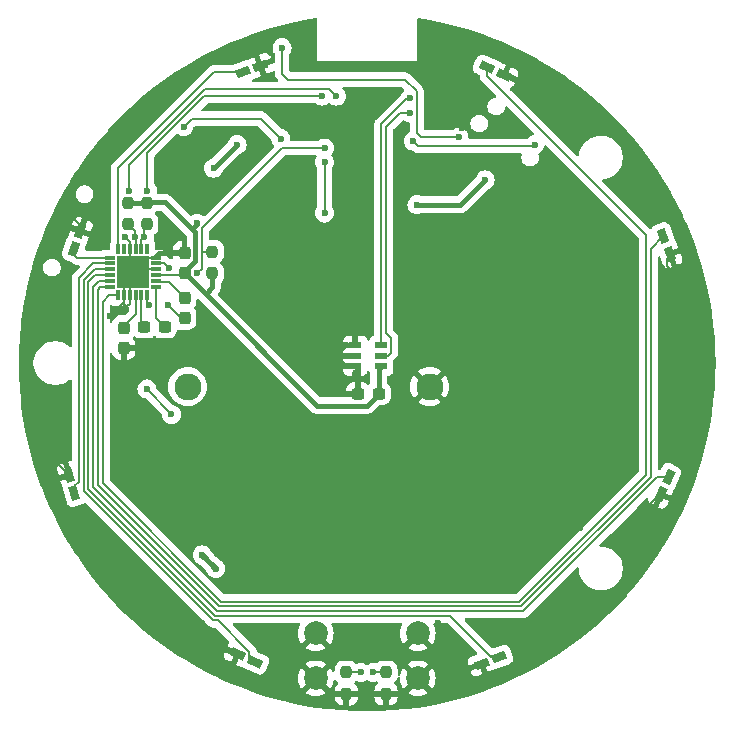
<source format=gtl>
%TF.GenerationSoftware,KiCad,Pcbnew,8.0.0*%
%TF.CreationDate,2024-03-28T16:54:28+01:00*%
%TF.ProjectId,BAT2024,42415432-3032-4342-9e6b-696361645f70,1.0*%
%TF.SameCoordinates,Original*%
%TF.FileFunction,Copper,L1,Top*%
%TF.FilePolarity,Positive*%
%FSLAX46Y46*%
G04 Gerber Fmt 4.6, Leading zero omitted, Abs format (unit mm)*
G04 Created by KiCad (PCBNEW 8.0.0) date 2024-03-28 16:54:28*
%MOMM*%
%LPD*%
G01*
G04 APERTURE LIST*
G04 Aperture macros list*
%AMRoundRect*
0 Rectangle with rounded corners*
0 $1 Rounding radius*
0 $2 $3 $4 $5 $6 $7 $8 $9 X,Y pos of 4 corners*
0 Add a 4 corners polygon primitive as box body*
4,1,4,$2,$3,$4,$5,$6,$7,$8,$9,$2,$3,0*
0 Add four circle primitives for the rounded corners*
1,1,$1+$1,$2,$3*
1,1,$1+$1,$4,$5*
1,1,$1+$1,$6,$7*
1,1,$1+$1,$8,$9*
0 Add four rect primitives between the rounded corners*
20,1,$1+$1,$2,$3,$4,$5,0*
20,1,$1+$1,$4,$5,$6,$7,0*
20,1,$1+$1,$6,$7,$8,$9,0*
20,1,$1+$1,$8,$9,$2,$3,0*%
%AMRotRect*
0 Rectangle, with rotation*
0 The origin of the aperture is its center*
0 $1 length*
0 $2 width*
0 $3 Rotation angle, in degrees counterclockwise*
0 Add horizontal line*
21,1,$1,$2,0,0,$3*%
G04 Aperture macros list end*
%TA.AperFunction,SMDPad,CuDef*%
%ADD10RoundRect,0.237500X-0.237500X0.250000X-0.237500X-0.250000X0.237500X-0.250000X0.237500X0.250000X0*%
%TD*%
%TA.AperFunction,ComponentPad*%
%ADD11C,2.010000*%
%TD*%
%TA.AperFunction,SMDPad,CuDef*%
%ADD12RotRect,0.700000X1.200000X341.000000*%
%TD*%
%TA.AperFunction,SMDPad,CuDef*%
%ADD13RotRect,0.700000X1.200000X111.000000*%
%TD*%
%TA.AperFunction,SMDPad,CuDef*%
%ADD14RotRect,0.700000X1.200000X201.000000*%
%TD*%
%TA.AperFunction,SMDPad,CuDef*%
%ADD15RotRect,0.700000X1.200000X246.000000*%
%TD*%
%TA.AperFunction,SMDPad,CuDef*%
%ADD16RotRect,0.700000X1.200000X16.000000*%
%TD*%
%TA.AperFunction,SMDPad,CuDef*%
%ADD17RotRect,0.700000X1.200000X66.000000*%
%TD*%
%TA.AperFunction,SMDPad,CuDef*%
%ADD18R,0.850000X0.300000*%
%TD*%
%TA.AperFunction,SMDPad,CuDef*%
%ADD19R,0.300000X0.850000*%
%TD*%
%TA.AperFunction,SMDPad,CuDef*%
%ADD20R,2.700000X2.700000*%
%TD*%
%TA.AperFunction,SMDPad,CuDef*%
%ADD21RoundRect,0.237500X-0.237500X0.300000X-0.237500X-0.300000X0.237500X-0.300000X0.237500X0.300000X0*%
%TD*%
%TA.AperFunction,SMDPad,CuDef*%
%ADD22RoundRect,0.237500X0.237500X-0.250000X0.237500X0.250000X-0.237500X0.250000X-0.237500X-0.250000X0*%
%TD*%
%TA.AperFunction,SMDPad,CuDef*%
%ADD23RotRect,0.700000X1.200000X156.000000*%
%TD*%
%TA.AperFunction,SMDPad,CuDef*%
%ADD24RotRect,0.700000X1.200000X291.000000*%
%TD*%
%TA.AperFunction,SMDPad,CuDef*%
%ADD25R,1.032000X0.622000*%
%TD*%
%TA.AperFunction,SMDPad,CuDef*%
%ADD26R,1.032000X0.500000*%
%TD*%
%TA.AperFunction,SMDPad,CuDef*%
%ADD27RoundRect,0.237500X0.300000X0.237500X-0.300000X0.237500X-0.300000X-0.237500X0.300000X-0.237500X0*%
%TD*%
%TA.AperFunction,SMDPad,CuDef*%
%ADD28RoundRect,0.237500X0.237500X-0.300000X0.237500X0.300000X-0.237500X0.300000X-0.237500X-0.300000X0*%
%TD*%
%TA.AperFunction,ComponentPad*%
%ADD29C,2.280000*%
%TD*%
%TA.AperFunction,ViaPad*%
%ADD30C,0.600000*%
%TD*%
%TA.AperFunction,Conductor*%
%ADD31C,0.200000*%
%TD*%
%TA.AperFunction,Conductor*%
%ADD32C,0.400000*%
%TD*%
G04 APERTURE END LIST*
D10*
%TO.P,R8,1*%
%TO.N,/DRV_EN*%
X101128000Y-47915500D03*
%TO.P,R8,2*%
%TO.N,+3.3V*%
X101128000Y-49740500D03*
%TD*%
D11*
%TO.P,J1,MH4,MH4*%
%TO.N,GND*%
X118528000Y-80228000D03*
%TO.P,J1,MH3,MH3*%
X118528000Y-84028000D03*
%TO.P,J1,MH2,MH2*%
X109888000Y-84028000D03*
%TO.P,J1,MH1,MH1*%
X109888000Y-80228000D03*
%TD*%
D12*
%TO.P,LED7,1*%
%TO.N,GND*%
X89963239Y-46156133D03*
%TO.P,LED7,2*%
%TO.N,/LED7*%
X89442331Y-47668965D03*
%TD*%
D13*
%TO.P,LED4,1*%
%TO.N,GND*%
X123923929Y-82782947D03*
%TO.P,LED4,2*%
%TO.N,/LED4*%
X125417657Y-82209559D03*
%TD*%
D14*
%TO.P,LED2,1*%
%TO.N,GND*%
X139877074Y-48094776D03*
%TO.P,LED2,2*%
%TO.N,/LED2*%
X139303686Y-46601048D03*
%TD*%
D15*
%TO.P,LED1,1*%
%TO.N,GND*%
X125836995Y-32934046D03*
%TO.P,LED1,2*%
%TO.N,/LED1*%
X124375323Y-32283268D03*
%TD*%
D16*
%TO.P,LED6,2*%
%TO.N,/LED6*%
X89448511Y-68345674D03*
%TO.P,LED6,1*%
%TO.N,GND*%
X89007489Y-66807656D03*
%TD*%
D10*
%TO.P,R11,1*%
%TO.N,+3.3V*%
X93978000Y-43740500D03*
%TO.P,R11,2*%
%TO.N,/I2C_SCL*%
X93978000Y-45565500D03*
%TD*%
D17*
%TO.P,LED5,1*%
%TO.N,GND*%
X103275841Y-81990530D03*
%TO.P,LED5,2*%
%TO.N,/LED5*%
X104737513Y-82641308D03*
%TD*%
D18*
%TO.P,IC3,1,C2+*%
%TO.N,/C2+*%
X96328000Y-50903000D03*
%TO.P,IC3,2,C1+*%
%TO.N,/C1+*%
X96328000Y-50403000D03*
%TO.P,IC3,3,VDD*%
%TO.N,+3.3V*%
X96328000Y-49903000D03*
%TO.P,IC3,4,GND_1*%
%TO.N,GND*%
X96328000Y-49403000D03*
%TO.P,IC3,5,EN*%
%TO.N,/DRV_EN*%
X96328000Y-48903000D03*
%TO.P,IC3,6,CLK*%
%TO.N,GND*%
X96328000Y-48403000D03*
D19*
%TO.P,IC3,7,INT*%
%TO.N,unconnected-(IC3-INT-Pad7)*%
X95628000Y-47703000D03*
%TO.P,IC3,8,SDA*%
%TO.N,/I2C_SDA*%
X95128000Y-47703000D03*
%TO.P,IC3,9,SCL*%
%TO.N,/I2C_SCL*%
X94628000Y-47703000D03*
%TO.P,IC3,10,TRIG*%
%TO.N,GND*%
X94128000Y-47703000D03*
%TO.P,IC3,11,D9*%
%TO.N,unconnected-(IC3-D9-Pad11)*%
X93628000Y-47703000D03*
%TO.P,IC3,12,D8*%
%TO.N,/LED8*%
X93128000Y-47703000D03*
D18*
%TO.P,IC3,13,D7*%
%TO.N,/LED7*%
X92428000Y-48403000D03*
%TO.P,IC3,14,D6*%
%TO.N,/LED6*%
X92428000Y-48903000D03*
%TO.P,IC3,15,D5*%
%TO.N,/LED5*%
X92428000Y-49403000D03*
%TO.P,IC3,16,D4*%
%TO.N,/LED4*%
X92428000Y-49903000D03*
%TO.P,IC3,17,D3*%
%TO.N,/LED3*%
X92428000Y-50403000D03*
%TO.P,IC3,18,D2*%
%TO.N,/LED2*%
X92428000Y-50903000D03*
D19*
%TO.P,IC3,19,D1*%
%TO.N,/LED1*%
X93128000Y-51603000D03*
%TO.P,IC3,20,ASEL0*%
%TO.N,GND*%
X93628000Y-51603000D03*
%TO.P,IC3,21,ASEL1*%
X94128000Y-51603000D03*
%TO.P,IC3,22,VOUT*%
%TO.N,/DRV_VOUT*%
X94628000Y-51603000D03*
%TO.P,IC3,23,C2-*%
%TO.N,/C2-*%
X95128000Y-51603000D03*
%TO.P,IC3,24,C1-*%
%TO.N,/C1-*%
X95628000Y-51603000D03*
D20*
%TO.P,IC3,25,GND_2*%
%TO.N,GND*%
X94378000Y-49653000D03*
%TD*%
D21*
%TO.P,C3,1*%
%TO.N,/C1+*%
X98795500Y-51790500D03*
%TO.P,C3,2*%
%TO.N,/C1-*%
X98795500Y-53515500D03*
%TD*%
D22*
%TO.P,R4,1*%
%TO.N,GND*%
X112462000Y-85340500D03*
%TO.P,R4,2*%
%TO.N,Net-(J1-CC2)*%
X112462000Y-83515500D03*
%TD*%
D10*
%TO.P,R10,1*%
%TO.N,+3.3V*%
X95578000Y-43740500D03*
%TO.P,R10,2*%
%TO.N,/I2C_SDA*%
X95578000Y-45565500D03*
%TD*%
D23*
%TO.P,LED3,1*%
%TO.N,GND*%
X139102611Y-68458836D03*
%TO.P,LED3,2*%
%TO.N,/LED3*%
X139753389Y-66997164D03*
%TD*%
D21*
%TO.P,C2,1*%
%TO.N,/DRV_VOUT*%
X93628000Y-54328000D03*
%TO.P,C2,2*%
%TO.N,GND*%
X93628000Y-56053000D03*
%TD*%
D24*
%TO.P,LED8,1*%
%TO.N,GND*%
X105188902Y-32141632D03*
%TO.P,LED8,2*%
%TO.N,/LED8*%
X103695174Y-32715020D03*
%TD*%
D22*
%TO.P,R3,1*%
%TO.N,GND*%
X115828000Y-85340500D03*
%TO.P,R3,2*%
%TO.N,Net-(J1-CC1)*%
X115828000Y-83515500D03*
%TD*%
D25*
%TO.P,MK1,1,VDD*%
%TO.N,+3.3V*%
X115438000Y-57596000D03*
D26*
%TO.P,MK1,2,CLK*%
%TO.N,/PDM_CLK*%
X115438000Y-56712000D03*
D25*
%TO.P,MK1,3,DATA*%
%TO.N,/PDM_DATA0*%
X115438000Y-55828000D03*
%TO.P,MK1,4,GND_1*%
%TO.N,GND*%
X113228000Y-55828000D03*
D26*
%TO.P,MK1,5,SELECT*%
X113228000Y-56712000D03*
D25*
%TO.P,MK1,6,GND_2*%
X113228000Y-57596000D03*
%TD*%
D27*
%TO.P,C4,1*%
%TO.N,/C2+*%
X97090500Y-54269000D03*
%TO.P,C4,2*%
%TO.N,/C2-*%
X95365500Y-54269000D03*
%TD*%
%TO.P,C9,1*%
%TO.N,+3.3V*%
X115195500Y-59928000D03*
%TO.P,C9,2*%
%TO.N,GND*%
X113470500Y-59928000D03*
%TD*%
D28*
%TO.P,C1,1*%
%TO.N,+3.3V*%
X98795500Y-49715500D03*
%TO.P,C1,2*%
%TO.N,GND*%
X98795500Y-47990500D03*
%TD*%
D29*
%TO.P,H1,1,-*%
%TO.N,GND*%
X119518000Y-59328000D03*
%TO.P,H1,2,+*%
%TO.N,+BATT*%
X99028000Y-59328000D03*
%TD*%
D30*
%TO.N,GND*%
X100228000Y-79328000D03*
X92228000Y-75328000D03*
X122228000Y-83328000D03*
X120228000Y-79328000D03*
X128228000Y-79328000D03*
X86228000Y-51328000D03*
X88228000Y-63328000D03*
X138228000Y-43328000D03*
X142228000Y-51328000D03*
X140228000Y-55328000D03*
X140228000Y-63328000D03*
X118228000Y-75328000D03*
X122228000Y-75328000D03*
X126228000Y-75328000D03*
X132228000Y-71328000D03*
X128228000Y-71328000D03*
X124228000Y-71328000D03*
X126228000Y-43328000D03*
X114228000Y-47328000D03*
X110228000Y-47328000D03*
X106228000Y-47328000D03*
X104228000Y-51328000D03*
X112228000Y-51328000D03*
X108228000Y-51328000D03*
X106228000Y-55328000D03*
X110228000Y-55328000D03*
X118228000Y-51328000D03*
X98228000Y-67328000D03*
X100228000Y-63328000D03*
X104228000Y-63328000D03*
X108228000Y-63328000D03*
X112228000Y-63328000D03*
X116228000Y-63328000D03*
X120228000Y-63328000D03*
X124228000Y-63328000D03*
X128228000Y-63328000D03*
X132228000Y-63328000D03*
X134228000Y-67328000D03*
X112228000Y-39328000D03*
X114228000Y-39328000D03*
X132228000Y-35328000D03*
X98228000Y-33328000D03*
X94228000Y-37328000D03*
X102228000Y-45328000D03*
X104228000Y-59328000D03*
X92228000Y-46228000D03*
X93728000Y-46669000D03*
%TO.N,/RESET*%
X107028000Y-30628000D03*
%TO.N,/Charge*%
X110628000Y-40328000D03*
X95590500Y-59528000D03*
X97666113Y-61679838D03*
X110628000Y-44628000D03*
%TO.N,GND*%
X122228000Y-37428000D03*
%TO.N,/RESET*%
X122008222Y-38197222D03*
%TO.N,/SWDIO*%
X128428000Y-38828000D03*
X118128000Y-38528000D03*
%TO.N,Net-(J1-CC2)*%
X113708000Y-83528000D03*
%TO.N,Net-(J1-CC1)*%
X114728000Y-83528000D03*
%TO.N,GND*%
X87428000Y-65928000D03*
X97373000Y-46669000D03*
X130228000Y-51328000D03*
X136228000Y-47328000D03*
X140228000Y-49728000D03*
X114228000Y-85340500D03*
X126228000Y-59328000D03*
X112228000Y-37328000D03*
X92428000Y-53328000D03*
X142228000Y-59328000D03*
X132228000Y-55328000D03*
X132228000Y-47328000D03*
X112028000Y-59728000D03*
X124228000Y-55328000D03*
X137828000Y-70228000D03*
X98228000Y-41328000D03*
X128228000Y-47328000D03*
X122228000Y-59328000D03*
X127228000Y-33628000D03*
X134228000Y-51328000D03*
X128228000Y-55328000D03*
X134228000Y-59328000D03*
X136228000Y-55328000D03*
X126228000Y-51328000D03*
X121828000Y-29528000D03*
X124228000Y-47328000D03*
X100228000Y-71328000D03*
X130228000Y-59328000D03*
X89228000Y-44928000D03*
X120228000Y-55328000D03*
X122228000Y-51328000D03*
X114228000Y-37328000D03*
X130228000Y-43328000D03*
X106628000Y-41928000D03*
X100228000Y-53328000D03*
X106428000Y-29528000D03*
X120228000Y-47328000D03*
X108578000Y-43228000D03*
%TO.N,+3.3V*%
X99828000Y-45490500D03*
X103228000Y-38828000D03*
X101228000Y-40828000D03*
X124228000Y-41828000D03*
X118454000Y-43928000D03*
%TO.N,/C1-*%
X97386542Y-52455460D03*
X95728000Y-52376920D03*
%TO.N,+BATT*%
X100278000Y-73578000D03*
X101428000Y-74728000D03*
%TO.N,/PDM_CLK*%
X117828000Y-36128000D03*
%TO.N,/PDM_DATA0*%
X117828000Y-34928000D03*
%TO.N,/I2C_SDA*%
X110428000Y-34728000D03*
X95628000Y-42728000D03*
X95373000Y-46669000D03*
%TO.N,/SPI_MOSI*%
X98704000Y-37328000D03*
X106928000Y-38328000D03*
%TO.N,/DRV_EN*%
X97473000Y-49303000D03*
X99828000Y-49728000D03*
X110628000Y-39128000D03*
%TO.N,/I2C_SCL*%
X94028000Y-42753000D03*
X111628000Y-34728000D03*
X94572998Y-46667894D03*
%TD*%
D31*
%TO.N,GND*%
X112462000Y-85340500D02*
X114228000Y-85340500D01*
X115462000Y-85340500D02*
X114228000Y-85340500D01*
%TO.N,Net-(J1-CC2)*%
X113708000Y-83528000D02*
X113695500Y-83515500D01*
X113695500Y-83515500D02*
X112462000Y-83515500D01*
%TO.N,Net-(J1-CC1)*%
X114740500Y-83515500D02*
X115462000Y-83515500D01*
X114728000Y-83528000D02*
X114740500Y-83515500D01*
%TO.N,/PDM_DATA0*%
X115438000Y-37118000D02*
X115438000Y-55828000D01*
X117828000Y-34928000D02*
X117628000Y-34928000D01*
X117628000Y-34928000D02*
X115438000Y-37118000D01*
%TO.N,/PDM_CLK*%
X115981000Y-56712000D02*
X115438000Y-56712000D01*
X116254000Y-56439000D02*
X115981000Y-56712000D01*
X116254000Y-55217000D02*
X116254000Y-56439000D01*
X117828000Y-36128000D02*
X117028000Y-36128000D01*
X117028000Y-36128000D02*
X115838000Y-37318000D01*
X115838000Y-54801000D02*
X116254000Y-55217000D01*
X115838000Y-37318000D02*
X115838000Y-54801000D01*
%TO.N,/SWDIO*%
X118528000Y-38928000D02*
X118128000Y-38528000D01*
X128328000Y-38928000D02*
X118528000Y-38928000D01*
X128428000Y-38828000D02*
X128328000Y-38928000D01*
%TO.N,/RESET*%
X107028000Y-32828000D02*
X107028000Y-30628000D01*
X118428000Y-37828000D02*
X118428000Y-34328000D01*
X118797222Y-38197222D02*
X118428000Y-37828000D01*
X117428000Y-33328000D02*
X107528000Y-33328000D01*
X122008222Y-38197222D02*
X118797222Y-38197222D01*
X118428000Y-34328000D02*
X117428000Y-33328000D01*
X107528000Y-33328000D02*
X107028000Y-32828000D01*
%TO.N,/Charge*%
X97666113Y-61603613D02*
X95590500Y-59528000D01*
X97666113Y-61679838D02*
X97666113Y-61603613D01*
%TO.N,/LED5*%
X104266326Y-81766326D02*
X104266326Y-82602982D01*
X104266326Y-82602982D02*
X104228000Y-82641308D01*
X101628000Y-79128000D02*
X104266326Y-81766326D01*
X101224205Y-79128000D02*
X101628000Y-79128000D01*
X90228000Y-68131795D02*
X101224205Y-79128000D01*
X91153000Y-49403000D02*
X90228000Y-50328000D01*
X92428000Y-49403000D02*
X91153000Y-49403000D01*
X90228000Y-50328000D02*
X90228000Y-68131795D01*
%TO.N,/LED1*%
X137828000Y-66796628D02*
X137828000Y-46485716D01*
X91828000Y-67469051D02*
X101886949Y-77528000D01*
X101886949Y-77528000D02*
X127096628Y-77528000D01*
X91828000Y-52128000D02*
X91828000Y-67469051D01*
X92353000Y-51603000D02*
X91828000Y-52128000D01*
X127096628Y-77528000D02*
X137828000Y-66796628D01*
X124375323Y-33033039D02*
X124375323Y-32283268D01*
X93128000Y-51603000D02*
X92353000Y-51603000D01*
X137828000Y-46485716D02*
X124375323Y-33033039D01*
%TO.N,/LED2*%
X138228000Y-66962314D02*
X138228000Y-47676734D01*
X138228000Y-47676734D02*
X139303686Y-46601048D01*
X127262314Y-77928000D02*
X138228000Y-66962314D01*
X101721263Y-77928000D02*
X127262314Y-77928000D01*
X91428000Y-51128000D02*
X91428000Y-67634737D01*
X91428000Y-67634737D02*
X101721263Y-77928000D01*
X92428000Y-50903000D02*
X91653000Y-50903000D01*
X91653000Y-50903000D02*
X91428000Y-51128000D01*
%TO.N,/LED3*%
X91553000Y-50403000D02*
X92428000Y-50403000D01*
X101555577Y-78328000D02*
X91028000Y-67800423D01*
X91028000Y-67800423D02*
X91028000Y-50928000D01*
X91028000Y-50928000D02*
X91553000Y-50403000D01*
X127428000Y-78328000D02*
X101555577Y-78328000D01*
X138758836Y-66997164D02*
X127428000Y-78328000D01*
X139753389Y-66997164D02*
X138758836Y-66997164D01*
%TO.N,/LED4*%
X90628000Y-67966109D02*
X90628000Y-50493686D01*
X90628000Y-50493686D02*
X91218686Y-49903000D01*
X101389891Y-78728000D02*
X90628000Y-67966109D01*
X124751298Y-82209559D02*
X121269739Y-78728000D01*
X125417657Y-82209559D02*
X124751298Y-82209559D01*
X121269739Y-78728000D02*
X101389891Y-78728000D01*
X91218686Y-49903000D02*
X92428000Y-49903000D01*
%TO.N,/I2C_SCL*%
X94628000Y-46722896D02*
X94628000Y-47703000D01*
X94572998Y-46667894D02*
X94628000Y-46722896D01*
X94572998Y-46667894D02*
X94572998Y-46160498D01*
X94572998Y-46160498D02*
X93978000Y-45565500D01*
%TO.N,GND*%
X94128000Y-47069000D02*
X94128000Y-47703000D01*
X93728000Y-46669000D02*
X94128000Y-47069000D01*
X94128000Y-49403000D02*
X94378000Y-49653000D01*
X94128000Y-47703000D02*
X94128000Y-49403000D01*
%TO.N,/DRV_EN*%
X107039029Y-39128000D02*
X100228000Y-45939029D01*
X100228000Y-45939029D02*
X100228000Y-47928000D01*
X110628000Y-39128000D02*
X107039029Y-39128000D01*
%TO.N,/Charge*%
X110628000Y-40528000D02*
X110628000Y-40328000D01*
X110628000Y-44628000D02*
X110628000Y-40528000D01*
%TO.N,GND*%
X88127833Y-65928000D02*
X87428000Y-65928000D01*
X89007489Y-66807656D02*
X88127833Y-65928000D01*
%TO.N,/LED6*%
X89448511Y-67773006D02*
X89448511Y-68345674D01*
X89828000Y-50128000D02*
X89828000Y-67393517D01*
X91053000Y-48903000D02*
X89828000Y-50128000D01*
X89828000Y-67393517D02*
X89448511Y-67773006D01*
X92428000Y-48903000D02*
X91053000Y-48903000D01*
%TO.N,GND*%
X138997164Y-68458836D02*
X137828000Y-69628000D01*
X137828000Y-69628000D02*
X137828000Y-70228000D01*
X139102611Y-68458836D02*
X138997164Y-68458836D01*
D32*
%TO.N,+3.3V*%
X122128000Y-43928000D02*
X124228000Y-41828000D01*
X118454000Y-43928000D02*
X122128000Y-43928000D01*
D31*
%TO.N,/I2C_SCL*%
X94028000Y-40589785D02*
X94028000Y-42753000D01*
X100489785Y-34128000D02*
X94028000Y-40589785D01*
X111028000Y-34128000D02*
X100489785Y-34128000D01*
X111628000Y-34728000D02*
X111028000Y-34128000D01*
%TO.N,/I2C_SDA*%
X95628000Y-39555471D02*
X95628000Y-42728000D01*
X100455471Y-34728000D02*
X95628000Y-39555471D01*
X110428000Y-34728000D02*
X100455471Y-34728000D01*
%TO.N,/LED8*%
X93128000Y-40828000D02*
X93128000Y-47703000D01*
X103695174Y-32715020D02*
X101240980Y-32715020D01*
X101240980Y-32715020D02*
X93128000Y-40828000D01*
%TO.N,GND*%
X89963239Y-45663239D02*
X89228000Y-44928000D01*
X89963239Y-46156133D02*
X89963239Y-45663239D01*
%TO.N,/LED7*%
X89442331Y-48142331D02*
X89703000Y-48403000D01*
X89442331Y-47668965D02*
X89442331Y-48142331D01*
X89703000Y-48403000D02*
X92428000Y-48403000D01*
D32*
%TO.N,+3.3V*%
X101128000Y-50928000D02*
X100568000Y-51488000D01*
X101128000Y-49740500D02*
X101128000Y-50928000D01*
D31*
%TO.N,/DRV_EN*%
X101128000Y-47915500D02*
X100240500Y-47915500D01*
X100240500Y-47915500D02*
X100228000Y-47928000D01*
X100228000Y-47928000D02*
X100228000Y-49328000D01*
D32*
%TO.N,+3.3V*%
X100568000Y-51488000D02*
X110008000Y-60928000D01*
X98795500Y-49715500D02*
X100568000Y-51488000D01*
D31*
%TO.N,GND*%
X94128000Y-52328000D02*
X93928000Y-52528000D01*
D32*
X111928000Y-56728000D02*
X111928000Y-56228000D01*
X111928000Y-56228000D02*
X112328000Y-55828000D01*
X97373000Y-47990500D02*
X96590500Y-47990500D01*
D31*
X94128000Y-51603000D02*
X94128000Y-52328000D01*
D32*
X113228000Y-57596000D02*
X112396000Y-57596000D01*
X113470500Y-59928000D02*
X112228000Y-59928000D01*
X111944000Y-56712000D02*
X113228000Y-56712000D01*
D31*
X94628000Y-49403000D02*
X94378000Y-49653000D01*
X94128000Y-49903000D02*
X94378000Y-49653000D01*
X93628000Y-52128000D02*
X92428000Y-53328000D01*
X93628000Y-50403000D02*
X94378000Y-49653000D01*
X139657181Y-48398819D02*
X139628000Y-48428000D01*
D32*
X112328000Y-55828000D02*
X113228000Y-55828000D01*
D31*
X139628000Y-48428000D02*
X139628000Y-49128000D01*
X139692290Y-48398819D02*
X139657181Y-48398819D01*
X93528000Y-52228000D02*
X93628000Y-52128000D01*
X93628000Y-51603000D02*
X93628000Y-52128000D01*
D32*
X113470500Y-59928000D02*
X113470500Y-57838500D01*
X97373000Y-47990500D02*
X97373000Y-46669000D01*
D31*
X94128000Y-51603000D02*
X94128000Y-49903000D01*
D32*
X111928000Y-56728000D02*
X111944000Y-56712000D01*
X112228000Y-59928000D02*
X112028000Y-59728000D01*
D31*
X96328000Y-48403000D02*
X96303000Y-48428000D01*
D32*
X96590500Y-47990500D02*
X96328000Y-48253000D01*
X113470500Y-57838500D02*
X113228000Y-57596000D01*
D31*
X93928000Y-52528000D02*
X93828000Y-52528000D01*
X96328000Y-49403000D02*
X94628000Y-49403000D01*
X139628000Y-49128000D02*
X140228000Y-49728000D01*
X93628000Y-51603000D02*
X93628000Y-50403000D01*
X95603000Y-48428000D02*
X94378000Y-49653000D01*
D32*
X98795500Y-47990500D02*
X97373000Y-47990500D01*
X111928000Y-57128000D02*
X111928000Y-56728000D01*
D31*
X93828000Y-52528000D02*
X93528000Y-52228000D01*
X96303000Y-48428000D02*
X95603000Y-48428000D01*
D32*
X112396000Y-57596000D02*
X111928000Y-57128000D01*
%TO.N,+3.3V*%
X103228000Y-38828000D02*
X101228000Y-40828000D01*
D31*
X98485500Y-49903000D02*
X96328000Y-49903000D01*
D32*
X98673000Y-49715500D02*
X99673000Y-48715500D01*
X97132000Y-43728000D02*
X95590500Y-43728000D01*
X99828000Y-45528000D02*
X99380000Y-45976000D01*
X99673000Y-46269000D02*
X99380000Y-45976000D01*
X93978000Y-43740500D02*
X95578000Y-43740500D01*
X99828000Y-45490500D02*
X99828000Y-45528000D01*
X110008000Y-60928000D02*
X114195500Y-60928000D01*
X99673000Y-48715500D02*
X99673000Y-46269000D01*
X114195500Y-60928000D02*
X115212000Y-59911500D01*
X99380000Y-45976000D02*
X97132000Y-43728000D01*
X115195500Y-59928000D02*
X115195500Y-57838500D01*
D31*
X98673000Y-49715500D02*
X98485500Y-49903000D01*
D32*
X115195500Y-57838500D02*
X115438000Y-57596000D01*
X115212000Y-59911500D02*
X115212000Y-59712000D01*
D31*
%TO.N,/DRV_VOUT*%
X93590500Y-54269000D02*
X94678000Y-53181500D01*
X94678000Y-53181500D02*
X94678000Y-51603000D01*
%TO.N,/C1+*%
X98795500Y-51790500D02*
X97458000Y-50453000D01*
X97458000Y-50453000D02*
X96328000Y-50453000D01*
%TO.N,/C1-*%
X98795500Y-53515500D02*
X98446582Y-53515500D01*
X95628000Y-52276920D02*
X95628000Y-51603000D01*
X98446582Y-53515500D02*
X97386542Y-52455460D01*
X95728000Y-52376920D02*
X95628000Y-52276920D01*
%TO.N,/C2+*%
X96328000Y-53506500D02*
X96328000Y-50903000D01*
X97090500Y-54269000D02*
X96328000Y-53506500D01*
%TO.N,/C2-*%
X95365500Y-54269000D02*
X95128000Y-54031500D01*
X95128000Y-54031500D02*
X95128000Y-51908000D01*
D32*
%TO.N,+BATT*%
X100278000Y-73578000D02*
X101428000Y-74728000D01*
D31*
%TO.N,/I2C_SDA*%
X95373000Y-45770500D02*
X95578000Y-45565500D01*
X95373000Y-46669000D02*
X95373000Y-45770500D01*
X95128000Y-47703000D02*
X95128000Y-46914000D01*
X95128000Y-46914000D02*
X95373000Y-46669000D01*
%TO.N,/SPI_MOSI*%
X98704000Y-37328000D02*
X99404000Y-36628000D01*
X99404000Y-36628000D02*
X105228000Y-36628000D01*
X105228000Y-36628000D02*
X106928000Y-38328000D01*
%TO.N,/DRV_EN*%
X96328000Y-48903000D02*
X97073000Y-48903000D01*
X97073000Y-48903000D02*
X97473000Y-49303000D01*
X100228000Y-49328000D02*
X99828000Y-49728000D01*
%TD*%
%TA.AperFunction,Conductor*%
%TO.N,GND*%
G36*
X117338731Y-36769016D02*
G01*
X117361365Y-36780202D01*
X117388922Y-36797517D01*
X117478475Y-36853788D01*
X117478478Y-36853789D01*
X117648745Y-36913368D01*
X117717384Y-36921101D01*
X117781796Y-36948166D01*
X117821352Y-37005760D01*
X117827500Y-37044321D01*
X117827500Y-37702876D01*
X117807815Y-37769915D01*
X117769472Y-37807870D01*
X117625737Y-37898184D01*
X117498184Y-38025737D01*
X117402211Y-38178476D01*
X117342631Y-38348745D01*
X117342630Y-38348750D01*
X117322435Y-38527996D01*
X117322435Y-38528003D01*
X117342630Y-38707249D01*
X117342631Y-38707254D01*
X117402211Y-38877523D01*
X117459231Y-38968269D01*
X117498184Y-39030262D01*
X117625738Y-39157816D01*
X117778478Y-39253789D01*
X117948745Y-39313368D01*
X118035668Y-39323161D01*
X118100079Y-39350226D01*
X118109464Y-39358700D01*
X118159284Y-39408520D01*
X118159286Y-39408521D01*
X118159290Y-39408524D01*
X118244666Y-39457815D01*
X118296216Y-39487577D01*
X118408019Y-39517534D01*
X118448942Y-39528500D01*
X118448943Y-39528500D01*
X127195066Y-39528500D01*
X127262105Y-39548185D01*
X127307860Y-39600989D01*
X127317804Y-39670147D01*
X127309626Y-39699955D01*
X127306912Y-39706505D01*
X127306909Y-39706516D01*
X127278251Y-39850591D01*
X127278251Y-39997510D01*
X127306909Y-40141585D01*
X127306911Y-40141593D01*
X127309876Y-40148750D01*
X127363129Y-40277317D01*
X127363134Y-40277326D01*
X127444749Y-40399470D01*
X127444752Y-40399474D01*
X127548627Y-40503349D01*
X127548631Y-40503352D01*
X127670775Y-40584967D01*
X127670781Y-40584970D01*
X127670782Y-40584971D01*
X127806509Y-40641191D01*
X127924056Y-40664572D01*
X127950591Y-40669850D01*
X127950595Y-40669851D01*
X127950596Y-40669851D01*
X128097507Y-40669851D01*
X128097508Y-40669850D01*
X128241593Y-40641191D01*
X128377320Y-40584971D01*
X128499471Y-40503352D01*
X128603352Y-40399471D01*
X128684971Y-40277320D01*
X128741191Y-40141593D01*
X128769851Y-39997506D01*
X128769851Y-39850596D01*
X128741191Y-39706509D01*
X128738570Y-39700183D01*
X128731099Y-39630717D01*
X128762371Y-39568236D01*
X128787158Y-39547734D01*
X128930262Y-39457816D01*
X129057816Y-39330262D01*
X129153789Y-39177522D01*
X129213368Y-39007255D01*
X129213594Y-39005246D01*
X129214102Y-39004036D01*
X129214917Y-39000468D01*
X129215542Y-39000610D01*
X129240660Y-38940832D01*
X129298254Y-38901276D01*
X129368091Y-38899137D01*
X129424496Y-38931447D01*
X137191181Y-46698132D01*
X137224666Y-46759455D01*
X137227500Y-46785813D01*
X137227500Y-66496531D01*
X137207815Y-66563570D01*
X137191181Y-66584212D01*
X126884212Y-76891181D01*
X126822889Y-76924666D01*
X126796531Y-76927500D01*
X102187046Y-76927500D01*
X102120007Y-76907815D01*
X102099365Y-76891181D01*
X98786187Y-73578003D01*
X99472435Y-73578003D01*
X99492630Y-73757249D01*
X99492631Y-73757254D01*
X99552211Y-73927523D01*
X99641062Y-74068928D01*
X99648184Y-74080262D01*
X99775738Y-74207816D01*
X99815795Y-74232986D01*
X99821866Y-74237055D01*
X100249384Y-74542425D01*
X100264986Y-74555643D01*
X100450352Y-74741009D01*
X100463574Y-74756616D01*
X100768934Y-75184120D01*
X100773025Y-75190222D01*
X100798183Y-75230261D01*
X100811457Y-75243535D01*
X100819892Y-75253094D01*
X100819945Y-75253050D01*
X100822780Y-75256409D01*
X100895868Y-75328093D01*
X100895852Y-75328108D01*
X100897330Y-75329408D01*
X100925738Y-75357816D01*
X101078478Y-75453789D01*
X101248745Y-75513368D01*
X101248750Y-75513369D01*
X101427996Y-75533565D01*
X101428000Y-75533565D01*
X101428004Y-75533565D01*
X101607249Y-75513369D01*
X101607252Y-75513368D01*
X101607255Y-75513368D01*
X101777522Y-75453789D01*
X101930262Y-75357816D01*
X102057816Y-75230262D01*
X102153789Y-75077522D01*
X102213368Y-74907255D01*
X102214148Y-74900336D01*
X102233565Y-74728003D01*
X102233565Y-74727996D01*
X102213369Y-74548750D01*
X102213368Y-74548745D01*
X102153788Y-74378476D01*
X102057815Y-74225737D01*
X101930262Y-74098184D01*
X101890212Y-74073019D01*
X101884110Y-74068928D01*
X101456616Y-73763574D01*
X101441009Y-73750352D01*
X101255643Y-73564986D01*
X101242425Y-73549384D01*
X100937055Y-73121866D01*
X100932980Y-73115787D01*
X100907815Y-73075737D01*
X100894561Y-73062483D01*
X100886154Y-73052955D01*
X100886099Y-73053002D01*
X100883274Y-73049653D01*
X100883266Y-73049645D01*
X100810141Y-72977914D01*
X100810155Y-72977899D01*
X100808675Y-72976597D01*
X100780262Y-72948184D01*
X100627523Y-72852211D01*
X100457254Y-72792631D01*
X100457249Y-72792630D01*
X100278004Y-72772435D01*
X100277996Y-72772435D01*
X100098750Y-72792630D01*
X100098745Y-72792631D01*
X99928476Y-72852211D01*
X99775737Y-72948184D01*
X99648184Y-73075737D01*
X99552211Y-73228476D01*
X99492631Y-73398745D01*
X99492630Y-73398750D01*
X99472435Y-73577996D01*
X99472435Y-73578003D01*
X98786187Y-73578003D01*
X92464819Y-67256635D01*
X92431334Y-67195312D01*
X92428500Y-67168954D01*
X92428500Y-59528003D01*
X94784935Y-59528003D01*
X94805130Y-59707249D01*
X94805131Y-59707254D01*
X94864711Y-59877523D01*
X94960684Y-60030262D01*
X95088238Y-60157816D01*
X95240978Y-60253789D01*
X95411245Y-60313368D01*
X95498169Y-60323161D01*
X95562580Y-60350226D01*
X95571965Y-60358700D01*
X96825732Y-61612467D01*
X96859217Y-61673790D01*
X96861271Y-61686264D01*
X96880743Y-61859088D01*
X96880744Y-61859092D01*
X96940324Y-62029361D01*
X97036297Y-62182100D01*
X97163851Y-62309654D01*
X97316591Y-62405627D01*
X97486858Y-62465206D01*
X97486863Y-62465207D01*
X97666109Y-62485403D01*
X97666113Y-62485403D01*
X97666117Y-62485403D01*
X97845362Y-62465207D01*
X97845365Y-62465206D01*
X97845368Y-62465206D01*
X98015635Y-62405627D01*
X98168375Y-62309654D01*
X98295929Y-62182100D01*
X98391902Y-62029360D01*
X98451481Y-61859093D01*
X98471678Y-61679838D01*
X98468381Y-61650579D01*
X98451482Y-61500588D01*
X98451481Y-61500583D01*
X98391901Y-61330314D01*
X98295928Y-61177575D01*
X98168375Y-61050022D01*
X98015634Y-60954048D01*
X97936550Y-60926376D01*
X97845368Y-60894470D01*
X97845364Y-60894469D01*
X97845363Y-60894469D01*
X97844343Y-60894354D01*
X97843726Y-60894094D01*
X97838572Y-60892918D01*
X97838778Y-60892015D01*
X97779930Y-60867285D01*
X97770550Y-60858815D01*
X96421200Y-59509465D01*
X96387715Y-59448142D01*
X96385663Y-59435686D01*
X96375868Y-59348745D01*
X96368609Y-59328000D01*
X97382427Y-59328000D01*
X97402687Y-59585427D01*
X97462964Y-59836500D01*
X97462968Y-59836512D01*
X97561781Y-60075070D01*
X97561783Y-60075074D01*
X97561784Y-60075075D01*
X97696703Y-60295244D01*
X97864404Y-60491596D01*
X98060756Y-60659297D01*
X98280925Y-60794216D01*
X98280927Y-60794216D01*
X98280929Y-60794218D01*
X98355312Y-60825028D01*
X98519490Y-60893033D01*
X98770576Y-60953313D01*
X99028000Y-60973573D01*
X99285424Y-60953313D01*
X99536510Y-60893033D01*
X99775075Y-60794216D01*
X99995244Y-60659297D01*
X100191596Y-60491596D01*
X100359297Y-60295244D01*
X100494216Y-60075075D01*
X100593033Y-59836510D01*
X100653313Y-59585424D01*
X100673573Y-59328000D01*
X100653313Y-59070576D01*
X100593033Y-58819490D01*
X100524691Y-58654497D01*
X100494218Y-58580929D01*
X100486295Y-58568000D01*
X100359297Y-58360756D01*
X100191596Y-58164404D01*
X99995244Y-57996703D01*
X99775075Y-57861784D01*
X99775074Y-57861783D01*
X99775070Y-57861781D01*
X99573703Y-57778373D01*
X99536510Y-57762967D01*
X99536506Y-57762966D01*
X99536500Y-57762964D01*
X99285427Y-57702687D01*
X99028000Y-57682427D01*
X98770572Y-57702687D01*
X98519499Y-57762964D01*
X98519487Y-57762968D01*
X98280929Y-57861781D01*
X98060755Y-57996703D01*
X97864404Y-58164404D01*
X97696703Y-58360755D01*
X97561781Y-58580929D01*
X97462968Y-58819487D01*
X97462964Y-58819499D01*
X97402687Y-59070572D01*
X97382427Y-59328000D01*
X96368609Y-59328000D01*
X96316289Y-59178478D01*
X96220316Y-59025738D01*
X96092762Y-58898184D01*
X96047806Y-58869936D01*
X95940023Y-58802211D01*
X95769754Y-58742631D01*
X95769749Y-58742630D01*
X95590504Y-58722435D01*
X95590496Y-58722435D01*
X95411250Y-58742630D01*
X95411245Y-58742631D01*
X95240976Y-58802211D01*
X95088237Y-58898184D01*
X94960684Y-59025737D01*
X94864711Y-59178476D01*
X94805131Y-59348745D01*
X94805130Y-59348750D01*
X94784935Y-59527996D01*
X94784935Y-59528003D01*
X92428500Y-59528003D01*
X92428500Y-56562939D01*
X92448185Y-56495900D01*
X92500989Y-56450145D01*
X92570147Y-56440201D01*
X92633703Y-56469226D01*
X92670206Y-56523935D01*
X92717546Y-56666800D01*
X92717551Y-56666811D01*
X92808052Y-56813534D01*
X92808055Y-56813538D01*
X92929961Y-56935444D01*
X92929965Y-56935447D01*
X93076688Y-57025948D01*
X93076699Y-57025953D01*
X93240347Y-57080180D01*
X93341352Y-57090499D01*
X93378000Y-57090499D01*
X93378000Y-56303000D01*
X93878000Y-56303000D01*
X93878000Y-57090499D01*
X93914640Y-57090499D01*
X93914654Y-57090498D01*
X94015652Y-57080180D01*
X94179300Y-57025953D01*
X94179311Y-57025948D01*
X94326034Y-56935447D01*
X94326038Y-56935444D01*
X94447944Y-56813538D01*
X94447947Y-56813534D01*
X94538448Y-56666811D01*
X94538453Y-56666800D01*
X94592680Y-56503152D01*
X94602999Y-56402154D01*
X94603000Y-56402141D01*
X94603000Y-56303000D01*
X93878000Y-56303000D01*
X93378000Y-56303000D01*
X93378000Y-55927000D01*
X93397685Y-55859961D01*
X93450489Y-55814206D01*
X93502000Y-55803000D01*
X94602999Y-55803000D01*
X94602999Y-55703860D01*
X94602998Y-55703845D01*
X94592680Y-55602847D01*
X94538453Y-55439199D01*
X94538448Y-55439188D01*
X94447947Y-55292465D01*
X94447944Y-55292461D01*
X94434017Y-55278534D01*
X94400532Y-55217211D01*
X94405516Y-55147519D01*
X94434015Y-55103174D01*
X94439058Y-55098131D01*
X94500379Y-55064648D01*
X94570071Y-55069632D01*
X94598457Y-55085622D01*
X94598503Y-55085548D01*
X94600380Y-55086705D01*
X94603645Y-55088545D01*
X94604648Y-55089338D01*
X94604650Y-55089340D01*
X94751484Y-55179908D01*
X94915247Y-55234174D01*
X95016323Y-55244500D01*
X95714676Y-55244499D01*
X95714684Y-55244498D01*
X95714687Y-55244498D01*
X95770030Y-55238844D01*
X95815753Y-55234174D01*
X95979516Y-55179908D01*
X96126350Y-55089340D01*
X96140319Y-55075371D01*
X96201642Y-55041886D01*
X96271334Y-55046870D01*
X96315681Y-55075371D01*
X96329650Y-55089340D01*
X96476484Y-55179908D01*
X96640247Y-55234174D01*
X96741323Y-55244500D01*
X97439676Y-55244499D01*
X97439684Y-55244498D01*
X97439687Y-55244498D01*
X97495030Y-55238844D01*
X97540753Y-55234174D01*
X97704516Y-55179908D01*
X97851350Y-55089340D01*
X97973340Y-54967350D01*
X98063908Y-54820516D01*
X98118174Y-54656753D01*
X98123177Y-54607780D01*
X98149573Y-54543089D01*
X98206754Y-54502938D01*
X98276565Y-54500074D01*
X98285506Y-54502667D01*
X98407747Y-54543174D01*
X98508823Y-54553500D01*
X99082176Y-54553499D01*
X99082184Y-54553498D01*
X99082187Y-54553498D01*
X99137530Y-54547844D01*
X99183253Y-54543174D01*
X99347016Y-54488908D01*
X99493850Y-54398340D01*
X99615840Y-54276350D01*
X99706408Y-54129516D01*
X99760674Y-53965753D01*
X99771000Y-53864677D01*
X99770999Y-53166324D01*
X99760674Y-53065247D01*
X99706408Y-52901484D01*
X99615840Y-52754650D01*
X99601871Y-52740681D01*
X99568386Y-52679358D01*
X99573370Y-52609666D01*
X99601871Y-52565319D01*
X99615840Y-52551350D01*
X99706408Y-52404516D01*
X99760674Y-52240753D01*
X99771000Y-52139677D01*
X99770999Y-51981016D01*
X99790683Y-51913979D01*
X99843487Y-51868224D01*
X99912645Y-51858280D01*
X99976201Y-51887305D01*
X99982680Y-51893337D01*
X100023886Y-51934543D01*
X109561453Y-61472111D01*
X109561454Y-61472112D01*
X109676192Y-61548777D01*
X109803667Y-61601578D01*
X109803672Y-61601580D01*
X109803676Y-61601580D01*
X109803677Y-61601581D01*
X109939003Y-61628500D01*
X109939006Y-61628500D01*
X114264496Y-61628500D01*
X114355540Y-61610389D01*
X114399828Y-61601580D01*
X114463569Y-61575177D01*
X114527307Y-61548777D01*
X114527308Y-61548776D01*
X114527311Y-61548775D01*
X114642043Y-61472114D01*
X115174338Y-60939817D01*
X115235661Y-60906333D01*
X115262019Y-60903499D01*
X115544670Y-60903499D01*
X115544676Y-60903499D01*
X115645753Y-60893174D01*
X115809516Y-60838908D01*
X115956350Y-60748340D01*
X116078340Y-60626350D01*
X116168908Y-60479516D01*
X116223174Y-60315753D01*
X116233500Y-60214677D01*
X116233499Y-59641324D01*
X116223174Y-59540247D01*
X116168908Y-59376484D01*
X116139003Y-59328000D01*
X117872929Y-59328000D01*
X117893183Y-59585349D01*
X117953444Y-59836355D01*
X117953444Y-59836356D01*
X118052228Y-60074843D01*
X118052230Y-60074846D01*
X118187111Y-60294951D01*
X118191895Y-60300551D01*
X118832768Y-59659678D01*
X118844497Y-59687995D01*
X118927670Y-59812472D01*
X119033528Y-59918330D01*
X119158005Y-60001503D01*
X119186320Y-60013231D01*
X118545447Y-60654103D01*
X118545447Y-60654104D01*
X118551046Y-60658885D01*
X118551052Y-60658890D01*
X118771153Y-60793769D01*
X118771156Y-60793771D01*
X119009644Y-60892555D01*
X119260650Y-60952816D01*
X119518000Y-60973070D01*
X119775349Y-60952816D01*
X120026355Y-60892555D01*
X120026356Y-60892555D01*
X120264843Y-60793771D01*
X120264846Y-60793769D01*
X120484942Y-60658894D01*
X120490550Y-60654103D01*
X119849678Y-60013231D01*
X119877995Y-60001503D01*
X120002472Y-59918330D01*
X120108330Y-59812472D01*
X120191503Y-59687995D01*
X120203231Y-59659678D01*
X120844103Y-60300550D01*
X120848894Y-60294942D01*
X120983769Y-60074846D01*
X120983771Y-60074843D01*
X121082555Y-59836356D01*
X121082555Y-59836355D01*
X121142816Y-59585349D01*
X121163070Y-59328000D01*
X121142816Y-59070650D01*
X121082555Y-58819644D01*
X121082555Y-58819643D01*
X120983771Y-58581156D01*
X120983769Y-58581153D01*
X120848890Y-58361052D01*
X120848885Y-58361046D01*
X120844103Y-58355447D01*
X120203231Y-58996319D01*
X120191503Y-58968005D01*
X120108330Y-58843528D01*
X120002472Y-58737670D01*
X119877995Y-58654497D01*
X119849679Y-58642768D01*
X120490551Y-58001895D01*
X120490551Y-58001894D01*
X120484951Y-57997111D01*
X120264846Y-57862230D01*
X120264843Y-57862228D01*
X120026355Y-57763444D01*
X119775349Y-57703183D01*
X119518000Y-57682929D01*
X119260650Y-57703183D01*
X119009644Y-57763444D01*
X119009643Y-57763444D01*
X118771156Y-57862228D01*
X118771153Y-57862230D01*
X118551057Y-57997105D01*
X118551052Y-57997109D01*
X118545447Y-58001894D01*
X119186321Y-58642768D01*
X119158005Y-58654497D01*
X119033528Y-58737670D01*
X118927670Y-58843528D01*
X118844497Y-58968005D01*
X118832768Y-58996321D01*
X118191894Y-58355447D01*
X118187109Y-58361052D01*
X118187105Y-58361057D01*
X118052230Y-58581153D01*
X118052228Y-58581156D01*
X117953444Y-58819643D01*
X117953444Y-58819644D01*
X117893183Y-59070650D01*
X117872929Y-59328000D01*
X116139003Y-59328000D01*
X116078340Y-59229650D01*
X115956350Y-59107660D01*
X115956349Y-59107659D01*
X115956346Y-59107656D01*
X115956345Y-59107655D01*
X115954900Y-59106764D01*
X115954117Y-59105893D01*
X115950684Y-59103179D01*
X115951147Y-59102592D01*
X115908177Y-59054815D01*
X115896000Y-59001228D01*
X115896000Y-58530265D01*
X115915685Y-58463226D01*
X115968489Y-58417471D01*
X116006747Y-58406975D01*
X116061483Y-58401091D01*
X116169627Y-58360756D01*
X116196331Y-58350796D01*
X116311546Y-58264546D01*
X116397796Y-58149331D01*
X116448091Y-58014483D01*
X116454500Y-57954873D01*
X116454499Y-57237128D01*
X116448091Y-57177517D01*
X116448086Y-57177505D01*
X116448061Y-57177393D01*
X116448066Y-57177288D01*
X116447262Y-57169803D01*
X116448473Y-57169672D01*
X116451792Y-57107623D01*
X116481051Y-57061182D01*
X116622713Y-56919521D01*
X116622716Y-56919520D01*
X116734520Y-56807716D01*
X116784639Y-56720904D01*
X116813577Y-56670785D01*
X116854500Y-56518058D01*
X116854500Y-56359943D01*
X116854500Y-55306059D01*
X116854501Y-55306046D01*
X116854501Y-55137945D01*
X116854501Y-55137943D01*
X116813577Y-54985215D01*
X116784639Y-54935095D01*
X116734520Y-54848284D01*
X116622716Y-54736480D01*
X116622715Y-54736479D01*
X116618385Y-54732149D01*
X116618374Y-54732139D01*
X116474819Y-54588584D01*
X116441334Y-54527261D01*
X116438500Y-54500903D01*
X116438500Y-43928003D01*
X117648435Y-43928003D01*
X117668630Y-44107249D01*
X117668631Y-44107254D01*
X117728211Y-44277523D01*
X117823077Y-44428500D01*
X117824184Y-44430262D01*
X117951738Y-44557816D01*
X118021385Y-44601578D01*
X118104474Y-44653787D01*
X118104478Y-44653789D01*
X118251202Y-44705130D01*
X118274745Y-44713368D01*
X118274750Y-44713369D01*
X118453996Y-44733565D01*
X118454000Y-44733565D01*
X118454004Y-44733565D01*
X118633249Y-44713369D01*
X118633252Y-44713368D01*
X118633255Y-44713368D01*
X118803522Y-44653789D01*
X118804778Y-44653000D01*
X118813523Y-44647506D01*
X118879494Y-44628500D01*
X122196996Y-44628500D01*
X122288040Y-44610389D01*
X122332328Y-44601580D01*
X122419870Y-44565319D01*
X122459807Y-44548777D01*
X122459808Y-44548776D01*
X122459811Y-44548775D01*
X122574543Y-44472114D01*
X124427288Y-42619366D01*
X124474012Y-42590008D01*
X124577522Y-42553789D01*
X124730262Y-42457816D01*
X124857816Y-42330262D01*
X124953789Y-42177522D01*
X125013368Y-42007255D01*
X125013369Y-42007249D01*
X125033565Y-41828003D01*
X125033565Y-41827996D01*
X125013369Y-41648750D01*
X125013368Y-41648745D01*
X124993241Y-41591226D01*
X124953789Y-41478478D01*
X124857816Y-41325738D01*
X124730262Y-41198184D01*
X124697377Y-41177521D01*
X124577523Y-41102211D01*
X124407254Y-41042631D01*
X124407249Y-41042630D01*
X124228004Y-41022435D01*
X124227996Y-41022435D01*
X124048750Y-41042630D01*
X124048745Y-41042631D01*
X123878476Y-41102211D01*
X123725737Y-41198184D01*
X123598184Y-41325737D01*
X123502212Y-41478475D01*
X123502211Y-41478476D01*
X123465991Y-41581986D01*
X123436631Y-41628711D01*
X121874162Y-43191181D01*
X121812839Y-43224666D01*
X121786481Y-43227500D01*
X118879494Y-43227500D01*
X118813523Y-43208494D01*
X118803525Y-43202212D01*
X118633254Y-43142631D01*
X118633249Y-43142630D01*
X118454004Y-43122435D01*
X118453996Y-43122435D01*
X118274750Y-43142630D01*
X118274745Y-43142631D01*
X118104476Y-43202211D01*
X117951737Y-43298184D01*
X117824184Y-43425737D01*
X117728211Y-43578476D01*
X117668631Y-43748745D01*
X117668630Y-43748750D01*
X117648435Y-43927996D01*
X117648435Y-43928003D01*
X116438500Y-43928003D01*
X116438500Y-37618097D01*
X116458185Y-37551058D01*
X116474819Y-37530416D01*
X116808178Y-37197057D01*
X117207719Y-36797515D01*
X117269040Y-36764032D01*
X117338731Y-36769016D01*
G37*
%TD.AperFunction*%
%TA.AperFunction,Conductor*%
G36*
X117194942Y-33948185D02*
G01*
X117215584Y-33964819D01*
X117352867Y-34102102D01*
X117386352Y-34163425D01*
X117381368Y-34233117D01*
X117339496Y-34289050D01*
X117331165Y-34294772D01*
X117325745Y-34298177D01*
X117325739Y-34298182D01*
X117198184Y-34425737D01*
X117102211Y-34578478D01*
X117102206Y-34578487D01*
X117097520Y-34591880D01*
X117068162Y-34638600D01*
X115069286Y-36637478D01*
X114957481Y-36749282D01*
X114957477Y-36749287D01*
X114939628Y-36780205D01*
X114934714Y-36788717D01*
X114878423Y-36886215D01*
X114837499Y-37038943D01*
X114837499Y-37038945D01*
X114837499Y-37207046D01*
X114837500Y-37207059D01*
X114837500Y-54928241D01*
X114817815Y-54995280D01*
X114765011Y-55041035D01*
X114756833Y-55044423D01*
X114679671Y-55073202D01*
X114679664Y-55073206D01*
X114564455Y-55159452D01*
X114564452Y-55159455D01*
X114478206Y-55274664D01*
X114478203Y-55274669D01*
X114448915Y-55353195D01*
X114407043Y-55409128D01*
X114341579Y-55433545D01*
X114273306Y-55418693D01*
X114223901Y-55369288D01*
X114216551Y-55353194D01*
X114187354Y-55274913D01*
X114187350Y-55274906D01*
X114101190Y-55159812D01*
X114101187Y-55159809D01*
X113986093Y-55073649D01*
X113986086Y-55073645D01*
X113851379Y-55023403D01*
X113851372Y-55023401D01*
X113791844Y-55017000D01*
X113478000Y-55017000D01*
X113478000Y-55404000D01*
X113458315Y-55471039D01*
X113405511Y-55516794D01*
X113354000Y-55528000D01*
X113102000Y-55528000D01*
X113034961Y-55508315D01*
X112989206Y-55455511D01*
X112978000Y-55404000D01*
X112978000Y-55017000D01*
X112664155Y-55017000D01*
X112604627Y-55023401D01*
X112604620Y-55023403D01*
X112469913Y-55073645D01*
X112469906Y-55073649D01*
X112354812Y-55159809D01*
X112354809Y-55159812D01*
X112268649Y-55274906D01*
X112268645Y-55274913D01*
X112218403Y-55409620D01*
X112218401Y-55409627D01*
X112212000Y-55469155D01*
X112212000Y-55578000D01*
X112604000Y-55578000D01*
X112671039Y-55597685D01*
X112716794Y-55650489D01*
X112728000Y-55702000D01*
X112728000Y-55954000D01*
X112708315Y-56021039D01*
X112655511Y-56066794D01*
X112604000Y-56078000D01*
X112212000Y-56078000D01*
X112212000Y-56186844D01*
X112218401Y-56246372D01*
X112218403Y-56246382D01*
X112222427Y-56257170D01*
X112227409Y-56326862D01*
X112222427Y-56343830D01*
X112218403Y-56354617D01*
X112218401Y-56354627D01*
X112212000Y-56414155D01*
X112212000Y-56462000D01*
X112604000Y-56462000D01*
X112671039Y-56481685D01*
X112716794Y-56534489D01*
X112728000Y-56586000D01*
X112728000Y-56838000D01*
X112708315Y-56905039D01*
X112655511Y-56950794D01*
X112604000Y-56962000D01*
X112212000Y-56962000D01*
X112212000Y-57009844D01*
X112218401Y-57069372D01*
X112218403Y-57069382D01*
X112222427Y-57080170D01*
X112227409Y-57149862D01*
X112222427Y-57166830D01*
X112218403Y-57177617D01*
X112218401Y-57177627D01*
X112212000Y-57237155D01*
X112212000Y-57346000D01*
X112604000Y-57346000D01*
X112671039Y-57365685D01*
X112716794Y-57418489D01*
X112728000Y-57470000D01*
X112728000Y-57722000D01*
X112708315Y-57789039D01*
X112655511Y-57834794D01*
X112604000Y-57846000D01*
X112212000Y-57846000D01*
X112212000Y-57954844D01*
X112218401Y-58014372D01*
X112218403Y-58014379D01*
X112268645Y-58149086D01*
X112268649Y-58149093D01*
X112354809Y-58264187D01*
X112354812Y-58264190D01*
X112469906Y-58350350D01*
X112469913Y-58350354D01*
X112604620Y-58400596D01*
X112604627Y-58400598D01*
X112664155Y-58406999D01*
X112664172Y-58407000D01*
X112978000Y-58407000D01*
X112978000Y-58052000D01*
X112997685Y-57984961D01*
X113050489Y-57939206D01*
X113102000Y-57928000D01*
X113354000Y-57928000D01*
X113421039Y-57947685D01*
X113466794Y-58000489D01*
X113478000Y-58052000D01*
X113478000Y-58407000D01*
X113791828Y-58407000D01*
X113791844Y-58406999D01*
X113851372Y-58400598D01*
X113851379Y-58400596D01*
X113986086Y-58350354D01*
X113986093Y-58350350D01*
X114101187Y-58264190D01*
X114101190Y-58264187D01*
X114187350Y-58149093D01*
X114187355Y-58149084D01*
X114216551Y-58070805D01*
X114258421Y-58014871D01*
X114323885Y-57990453D01*
X114392158Y-58005304D01*
X114441564Y-58054709D01*
X114448914Y-58070802D01*
X114478204Y-58149331D01*
X114478207Y-58149335D01*
X114479833Y-58152313D01*
X114480951Y-58156693D01*
X114481304Y-58157640D01*
X114481202Y-58157677D01*
X114495000Y-58211739D01*
X114495000Y-59001228D01*
X114475315Y-59068267D01*
X114440071Y-59102868D01*
X114440317Y-59103179D01*
X114437431Y-59105460D01*
X114436107Y-59106761D01*
X114434651Y-59107659D01*
X114434648Y-59107661D01*
X114420325Y-59121984D01*
X114359001Y-59155468D01*
X114289309Y-59150482D01*
X114244965Y-59121982D01*
X114231038Y-59108055D01*
X114231034Y-59108052D01*
X114084311Y-59017551D01*
X114084300Y-59017546D01*
X113920652Y-58963319D01*
X113819654Y-58953000D01*
X113720500Y-58953000D01*
X113720500Y-60054000D01*
X113700815Y-60121039D01*
X113648011Y-60166794D01*
X113596500Y-60178000D01*
X112433001Y-60178000D01*
X112419820Y-60191181D01*
X112358497Y-60224666D01*
X112332139Y-60227500D01*
X110349519Y-60227500D01*
X110282480Y-60207815D01*
X110261838Y-60191181D01*
X109748657Y-59678000D01*
X112433000Y-59678000D01*
X113220500Y-59678000D01*
X113220500Y-58952999D01*
X113121360Y-58953000D01*
X113121344Y-58953001D01*
X113020347Y-58963319D01*
X112856699Y-59017546D01*
X112856688Y-59017551D01*
X112709965Y-59108052D01*
X112709961Y-59108055D01*
X112588055Y-59229961D01*
X112588052Y-59229965D01*
X112497551Y-59376688D01*
X112497546Y-59376699D01*
X112443319Y-59540347D01*
X112433000Y-59641345D01*
X112433000Y-59678000D01*
X109748657Y-59678000D01*
X101646338Y-51575681D01*
X101612853Y-51514358D01*
X101617837Y-51444666D01*
X101646337Y-51400319D01*
X101672114Y-51374543D01*
X101748775Y-51259811D01*
X101801580Y-51132328D01*
X101828500Y-50996994D01*
X101828500Y-50859006D01*
X101828500Y-50622552D01*
X101848185Y-50555513D01*
X101864819Y-50534871D01*
X101948340Y-50451350D01*
X102038908Y-50304516D01*
X102093174Y-50140753D01*
X102103500Y-50039677D01*
X102103499Y-49441324D01*
X102093174Y-49340247D01*
X102038908Y-49176484D01*
X101948340Y-49029650D01*
X101834371Y-48915681D01*
X101800886Y-48854358D01*
X101805870Y-48784666D01*
X101834371Y-48740319D01*
X101886864Y-48687826D01*
X101948340Y-48626350D01*
X102038908Y-48479516D01*
X102093174Y-48315753D01*
X102103500Y-48214677D01*
X102103499Y-47616324D01*
X102100560Y-47587556D01*
X102093174Y-47515247D01*
X102047263Y-47376699D01*
X102038908Y-47351484D01*
X101948340Y-47204650D01*
X101826350Y-47082660D01*
X101720792Y-47017551D01*
X101679518Y-46992093D01*
X101679513Y-46992091D01*
X101678069Y-46991612D01*
X101515753Y-46937826D01*
X101515751Y-46937825D01*
X101414684Y-46927500D01*
X100952500Y-46927500D01*
X100885461Y-46907815D01*
X100839706Y-46855011D01*
X100828500Y-46803500D01*
X100828500Y-46239126D01*
X100848185Y-46172087D01*
X100864819Y-46151445D01*
X107251446Y-39764819D01*
X107312769Y-39731334D01*
X107339127Y-39728500D01*
X109834921Y-39728500D01*
X109901960Y-39748185D01*
X109947715Y-39800989D01*
X109957659Y-39870147D01*
X109939915Y-39918472D01*
X109902211Y-39978476D01*
X109842631Y-40148745D01*
X109842630Y-40148750D01*
X109822435Y-40327996D01*
X109822435Y-40328003D01*
X109842630Y-40507249D01*
X109842631Y-40507254D01*
X109902211Y-40677523D01*
X109946630Y-40748214D01*
X109996760Y-40827996D01*
X109998185Y-40830263D01*
X110000445Y-40833097D01*
X110001334Y-40835275D01*
X110001889Y-40836158D01*
X110001734Y-40836255D01*
X110026855Y-40897783D01*
X110027500Y-40910412D01*
X110027500Y-44045587D01*
X110007815Y-44112626D01*
X110000450Y-44122896D01*
X109998186Y-44125734D01*
X109902211Y-44278476D01*
X109842631Y-44448745D01*
X109842630Y-44448750D01*
X109822435Y-44627996D01*
X109822435Y-44628003D01*
X109842630Y-44807249D01*
X109842631Y-44807254D01*
X109902211Y-44977523D01*
X109980193Y-45101629D01*
X109998184Y-45130262D01*
X110125738Y-45257816D01*
X110278478Y-45353789D01*
X110448745Y-45413368D01*
X110448750Y-45413369D01*
X110627996Y-45433565D01*
X110628000Y-45433565D01*
X110628004Y-45433565D01*
X110807249Y-45413369D01*
X110807252Y-45413368D01*
X110807255Y-45413368D01*
X110977522Y-45353789D01*
X111130262Y-45257816D01*
X111257816Y-45130262D01*
X111353789Y-44977522D01*
X111413368Y-44807255D01*
X111421773Y-44732660D01*
X111433565Y-44628003D01*
X111433565Y-44627996D01*
X111413369Y-44448750D01*
X111413368Y-44448745D01*
X111407276Y-44431334D01*
X111353789Y-44278478D01*
X111353188Y-44277522D01*
X111257813Y-44125734D01*
X111255550Y-44122896D01*
X111254659Y-44120715D01*
X111254111Y-44119842D01*
X111254264Y-44119745D01*
X111229144Y-44058209D01*
X111228500Y-44045587D01*
X111228500Y-40910412D01*
X111248185Y-40843373D01*
X111255555Y-40833097D01*
X111257810Y-40830267D01*
X111257816Y-40830262D01*
X111353789Y-40677522D01*
X111413368Y-40507255D01*
X111413808Y-40503349D01*
X111433565Y-40328003D01*
X111433565Y-40327996D01*
X111413369Y-40148750D01*
X111413368Y-40148745D01*
X111374138Y-40036632D01*
X111353789Y-39978478D01*
X111257816Y-39825738D01*
X111247759Y-39815681D01*
X111214274Y-39754358D01*
X111219258Y-39684666D01*
X111247759Y-39640319D01*
X111257816Y-39630262D01*
X111353789Y-39477522D01*
X111413368Y-39307255D01*
X111419392Y-39253789D01*
X111433565Y-39128003D01*
X111433565Y-39127996D01*
X111413369Y-38948750D01*
X111413368Y-38948745D01*
X111407315Y-38931447D01*
X111353789Y-38778478D01*
X111257816Y-38625738D01*
X111130262Y-38498184D01*
X111098897Y-38478476D01*
X110977523Y-38402211D01*
X110807254Y-38342631D01*
X110807249Y-38342630D01*
X110628004Y-38322435D01*
X110627996Y-38322435D01*
X110448750Y-38342630D01*
X110448745Y-38342631D01*
X110278476Y-38402211D01*
X110125736Y-38498185D01*
X110122903Y-38500445D01*
X110120724Y-38501334D01*
X110119842Y-38501889D01*
X110119744Y-38501734D01*
X110058217Y-38526855D01*
X110045588Y-38527500D01*
X107849843Y-38527500D01*
X107782804Y-38507815D01*
X107737049Y-38455011D01*
X107726623Y-38389617D01*
X107733565Y-38328003D01*
X107733565Y-38327996D01*
X107713369Y-38148750D01*
X107713368Y-38148745D01*
X107676157Y-38042403D01*
X107653789Y-37978478D01*
X107557816Y-37825738D01*
X107430262Y-37698184D01*
X107397377Y-37677521D01*
X107277521Y-37602210D01*
X107107249Y-37542630D01*
X107020330Y-37532837D01*
X106955916Y-37505770D01*
X106946533Y-37497298D01*
X105715590Y-36266355D01*
X105715588Y-36266352D01*
X105596717Y-36147481D01*
X105596716Y-36147480D01*
X105509904Y-36097360D01*
X105509904Y-36097359D01*
X105509900Y-36097358D01*
X105459785Y-36068423D01*
X105307057Y-36027499D01*
X105148943Y-36027499D01*
X105141347Y-36027499D01*
X105141331Y-36027500D01*
X100304568Y-36027500D01*
X100237529Y-36007815D01*
X100191774Y-35955011D01*
X100181830Y-35885853D01*
X100210855Y-35822297D01*
X100216887Y-35815819D01*
X100667887Y-35364819D01*
X100729210Y-35331334D01*
X100755568Y-35328500D01*
X109845588Y-35328500D01*
X109912627Y-35348185D01*
X109922903Y-35355555D01*
X109925736Y-35357814D01*
X109925738Y-35357816D01*
X110078478Y-35453789D01*
X110248745Y-35513368D01*
X110248750Y-35513369D01*
X110427996Y-35533565D01*
X110428000Y-35533565D01*
X110428004Y-35533565D01*
X110607249Y-35513369D01*
X110607252Y-35513368D01*
X110607255Y-35513368D01*
X110777522Y-35453789D01*
X110930262Y-35357816D01*
X110940319Y-35347759D01*
X111001642Y-35314274D01*
X111071334Y-35319258D01*
X111115681Y-35347759D01*
X111125738Y-35357816D01*
X111278478Y-35453789D01*
X111448745Y-35513368D01*
X111448750Y-35513369D01*
X111627996Y-35533565D01*
X111628000Y-35533565D01*
X111628004Y-35533565D01*
X111807249Y-35513369D01*
X111807252Y-35513368D01*
X111807255Y-35513368D01*
X111977522Y-35453789D01*
X112130262Y-35357816D01*
X112257816Y-35230262D01*
X112353789Y-35077522D01*
X112413368Y-34907255D01*
X112413369Y-34907249D01*
X112433565Y-34728003D01*
X112433565Y-34727996D01*
X112413369Y-34548750D01*
X112413368Y-34548745D01*
X112370326Y-34425738D01*
X112353789Y-34378478D01*
X112257816Y-34225738D01*
X112172259Y-34140181D01*
X112138774Y-34078858D01*
X112143758Y-34009166D01*
X112185630Y-33953233D01*
X112251094Y-33928816D01*
X112259940Y-33928500D01*
X117127903Y-33928500D01*
X117194942Y-33948185D01*
G37*
%TD.AperFunction*%
%TA.AperFunction,Conductor*%
G36*
X92626811Y-52390305D02*
G01*
X92735664Y-52471793D01*
X92735671Y-52471797D01*
X92780618Y-52488561D01*
X92870517Y-52522091D01*
X92930127Y-52528500D01*
X93325872Y-52528499D01*
X93334711Y-52527548D01*
X93367094Y-52524068D01*
X93393606Y-52524068D01*
X93430166Y-52527999D01*
X93430182Y-52528000D01*
X93478000Y-52528000D01*
X93493611Y-52512388D01*
X93497685Y-52498515D01*
X93527686Y-52466289D01*
X93579690Y-52427359D01*
X93645154Y-52402943D01*
X93713426Y-52417795D01*
X93762832Y-52467200D01*
X93778000Y-52526627D01*
X93778000Y-52528000D01*
X93825821Y-52528000D01*
X93825831Y-52527999D01*
X93864742Y-52523815D01*
X93891258Y-52523815D01*
X93930168Y-52527999D01*
X93930179Y-52528000D01*
X93953500Y-52528000D01*
X94020539Y-52547685D01*
X94066294Y-52600489D01*
X94077500Y-52652000D01*
X94077500Y-52881402D01*
X94057815Y-52948441D01*
X94041181Y-52969083D01*
X93756582Y-53253681D01*
X93695259Y-53287166D01*
X93668901Y-53290000D01*
X93341331Y-53290000D01*
X93341312Y-53290001D01*
X93240247Y-53300325D01*
X93076484Y-53354592D01*
X93076481Y-53354593D01*
X92929648Y-53445161D01*
X92807661Y-53567148D01*
X92717093Y-53713981D01*
X92717091Y-53713986D01*
X92670206Y-53855476D01*
X92630433Y-53912921D01*
X92565917Y-53939744D01*
X92497141Y-53927429D01*
X92445942Y-53879886D01*
X92428500Y-53816472D01*
X92428500Y-52489571D01*
X92448185Y-52422532D01*
X92500989Y-52376777D01*
X92570147Y-52366833D01*
X92626811Y-52390305D01*
G37*
%TD.AperFunction*%
%TA.AperFunction,Conductor*%
G36*
X96857520Y-44448185D02*
G01*
X96878162Y-44464819D01*
X98936181Y-46522838D01*
X98969666Y-46584161D01*
X98972500Y-46610519D01*
X98972500Y-48116500D01*
X98952815Y-48183539D01*
X98900011Y-48229294D01*
X98848500Y-48240500D01*
X97820501Y-48240500D01*
X97820501Y-48339657D01*
X97825768Y-48391209D01*
X97812998Y-48459902D01*
X97765117Y-48510786D01*
X97697327Y-48527706D01*
X97661457Y-48520852D01*
X97652250Y-48517630D01*
X97652252Y-48517630D01*
X97565331Y-48507837D01*
X97500917Y-48480770D01*
X97491534Y-48472298D01*
X97441717Y-48422481D01*
X97441716Y-48422480D01*
X97354904Y-48372360D01*
X97354904Y-48372358D01*
X97354899Y-48372357D01*
X97314997Y-48349318D01*
X97266783Y-48298750D01*
X97253000Y-48241933D01*
X97253000Y-48205172D01*
X97252999Y-48205155D01*
X97246598Y-48145627D01*
X97246596Y-48145620D01*
X97196354Y-48010913D01*
X97196350Y-48010906D01*
X97110190Y-47895812D01*
X97110187Y-47895809D01*
X96995093Y-47809649D01*
X96995086Y-47809645D01*
X96860379Y-47759403D01*
X96860372Y-47759401D01*
X96800844Y-47753000D01*
X96467873Y-47753000D01*
X96428855Y-47774305D01*
X96359163Y-47769319D01*
X96320667Y-47740500D01*
X97820500Y-47740500D01*
X98545500Y-47740500D01*
X98545500Y-46953000D01*
X98508861Y-46953000D01*
X98508843Y-46953001D01*
X98407847Y-46963319D01*
X98244199Y-47017546D01*
X98244188Y-47017551D01*
X98097465Y-47108052D01*
X98097461Y-47108055D01*
X97975555Y-47229961D01*
X97975552Y-47229965D01*
X97885051Y-47376688D01*
X97885046Y-47376699D01*
X97830819Y-47540347D01*
X97820500Y-47641345D01*
X97820500Y-47740500D01*
X96320667Y-47740500D01*
X96303230Y-47727446D01*
X96278815Y-47661981D01*
X96278499Y-47653138D01*
X96278499Y-47230129D01*
X96278498Y-47230123D01*
X96278497Y-47230116D01*
X96272091Y-47170517D01*
X96257751Y-47132070D01*
X96221797Y-47035671D01*
X96221795Y-47035668D01*
X96218503Y-47031271D01*
X96189174Y-46992092D01*
X96173480Y-46971127D01*
X96149063Y-46905663D01*
X96155706Y-46855861D01*
X96158368Y-46848255D01*
X96165183Y-46787771D01*
X96178565Y-46669003D01*
X96178565Y-46668997D01*
X96165209Y-46550463D01*
X96177263Y-46481641D01*
X96223331Y-46431041D01*
X96276350Y-46398340D01*
X96398340Y-46276350D01*
X96488908Y-46129516D01*
X96543174Y-45965753D01*
X96553500Y-45864677D01*
X96553499Y-45266324D01*
X96543174Y-45165247D01*
X96488908Y-45001484D01*
X96398340Y-44854650D01*
X96284371Y-44740681D01*
X96250886Y-44679358D01*
X96255870Y-44609666D01*
X96284371Y-44565319D01*
X96384871Y-44464819D01*
X96446194Y-44431334D01*
X96472552Y-44428500D01*
X96790481Y-44428500D01*
X96857520Y-44448185D01*
G37*
%TD.AperFunction*%
%TA.AperFunction,Conductor*%
G36*
X104994942Y-37248185D02*
G01*
X105015584Y-37264819D01*
X106097298Y-38346533D01*
X106130783Y-38407856D01*
X106132837Y-38420330D01*
X106142630Y-38507249D01*
X106202210Y-38677521D01*
X106298184Y-38830262D01*
X106305176Y-38837254D01*
X106338661Y-38898577D01*
X106333677Y-38968269D01*
X106305176Y-39012616D01*
X100478084Y-44839707D01*
X100416761Y-44873192D01*
X100347069Y-44868208D01*
X100324431Y-44857020D01*
X100177523Y-44764711D01*
X100007254Y-44705131D01*
X100007249Y-44705130D01*
X99828004Y-44684935D01*
X99827996Y-44684935D01*
X99648750Y-44705130D01*
X99648745Y-44705131D01*
X99478476Y-44764711D01*
X99366235Y-44835238D01*
X99298998Y-44854238D01*
X99232163Y-44833870D01*
X99212582Y-44817925D01*
X97578546Y-43183888D01*
X97578545Y-43183887D01*
X97463807Y-43107222D01*
X97336332Y-43054421D01*
X97336322Y-43054418D01*
X97200996Y-43027500D01*
X97200994Y-43027500D01*
X97200993Y-43027500D01*
X96538576Y-43027500D01*
X96471537Y-43007815D01*
X96425782Y-42955011D01*
X96415356Y-42889617D01*
X96433565Y-42728003D01*
X96433565Y-42727996D01*
X96413369Y-42548750D01*
X96413368Y-42548745D01*
X96411541Y-42543525D01*
X96353789Y-42378478D01*
X96257816Y-42225738D01*
X96257814Y-42225736D01*
X96257813Y-42225734D01*
X96255550Y-42222896D01*
X96254659Y-42220715D01*
X96254111Y-42219842D01*
X96254264Y-42219745D01*
X96229144Y-42158209D01*
X96228500Y-42145587D01*
X96228500Y-40828003D01*
X100422435Y-40828003D01*
X100442630Y-41007249D01*
X100442631Y-41007254D01*
X100502211Y-41177523D01*
X100593156Y-41322260D01*
X100598184Y-41330262D01*
X100725738Y-41457816D01*
X100878478Y-41553789D01*
X100985461Y-41591224D01*
X101048745Y-41613368D01*
X101048750Y-41613369D01*
X101227996Y-41633565D01*
X101228000Y-41633565D01*
X101228004Y-41633565D01*
X101407249Y-41613369D01*
X101407252Y-41613368D01*
X101407255Y-41613368D01*
X101577522Y-41553789D01*
X101730262Y-41457816D01*
X101857816Y-41330262D01*
X101953789Y-41177522D01*
X101990007Y-41074013D01*
X102019365Y-41027290D01*
X103427290Y-39619365D01*
X103474013Y-39590007D01*
X103577522Y-39553789D01*
X103730262Y-39457816D01*
X103857816Y-39330262D01*
X103953789Y-39177522D01*
X104013368Y-39007255D01*
X104013369Y-39007249D01*
X104033565Y-38828003D01*
X104033565Y-38827996D01*
X104013369Y-38648750D01*
X104013368Y-38648745D01*
X104006357Y-38628709D01*
X103953789Y-38478478D01*
X103940900Y-38457966D01*
X103868431Y-38342632D01*
X103857816Y-38325738D01*
X103730262Y-38198184D01*
X103688505Y-38171946D01*
X103577523Y-38102211D01*
X103407254Y-38042631D01*
X103407249Y-38042630D01*
X103228004Y-38022435D01*
X103227996Y-38022435D01*
X103048750Y-38042630D01*
X103048745Y-38042631D01*
X102878476Y-38102211D01*
X102725737Y-38198184D01*
X102598184Y-38325737D01*
X102502212Y-38478475D01*
X102502211Y-38478476D01*
X102465992Y-38581984D01*
X102436632Y-38628709D01*
X101028709Y-40036632D01*
X100981984Y-40065992D01*
X100878476Y-40102211D01*
X100878475Y-40102212D01*
X100725737Y-40198184D01*
X100598184Y-40325737D01*
X100502211Y-40478476D01*
X100442631Y-40648745D01*
X100442630Y-40648750D01*
X100422435Y-40827996D01*
X100422435Y-40828003D01*
X96228500Y-40828003D01*
X96228500Y-39855568D01*
X96248185Y-39788529D01*
X96264819Y-39767887D01*
X97155184Y-38877522D01*
X98053916Y-37978789D01*
X98115237Y-37945306D01*
X98184929Y-37950290D01*
X98207567Y-37961479D01*
X98354473Y-38053787D01*
X98354477Y-38053788D01*
X98354478Y-38053789D01*
X98492860Y-38102211D01*
X98524745Y-38113368D01*
X98524750Y-38113369D01*
X98703996Y-38133565D01*
X98704000Y-38133565D01*
X98704004Y-38133565D01*
X98883249Y-38113369D01*
X98883252Y-38113368D01*
X98883255Y-38113368D01*
X99053522Y-38053789D01*
X99206262Y-37957816D01*
X99333816Y-37830262D01*
X99429789Y-37677522D01*
X99489368Y-37507255D01*
X99499161Y-37420329D01*
X99526226Y-37355919D01*
X99534701Y-37346533D01*
X99616418Y-37264818D01*
X99677741Y-37231333D01*
X99704098Y-37228500D01*
X104927903Y-37228500D01*
X104994942Y-37248185D01*
G37*
%TD.AperFunction*%
%TA.AperFunction,Conductor*%
G36*
X118572216Y-28151002D02*
G01*
X119583957Y-28318832D01*
X119588383Y-28319649D01*
X120639912Y-28533808D01*
X120644241Y-28534772D01*
X121687251Y-28787192D01*
X121691551Y-28788317D01*
X122724625Y-29078655D01*
X122728918Y-29079947D01*
X123750674Y-29407814D01*
X123754895Y-29409254D01*
X124764019Y-29774227D01*
X124768206Y-29775828D01*
X125763349Y-30177422D01*
X125767443Y-30179163D01*
X126747196Y-30616808D01*
X126751268Y-30618716D01*
X127135057Y-30807254D01*
X127714376Y-31091847D01*
X127718405Y-31093918D01*
X128663589Y-31601907D01*
X128667539Y-31604124D01*
X128732040Y-31641889D01*
X129593552Y-32146302D01*
X129597389Y-32148644D01*
X130473910Y-32705800D01*
X130502950Y-32724259D01*
X130506718Y-32726751D01*
X131126204Y-33153068D01*
X131390700Y-33335088D01*
X131394383Y-33337724D01*
X132255496Y-33977894D01*
X132259081Y-33980662D01*
X133096254Y-34651867D01*
X133099736Y-34654764D01*
X133184539Y-34728000D01*
X133869181Y-35319258D01*
X133911868Y-35356122D01*
X133915233Y-35359138D01*
X134700411Y-36088947D01*
X134701182Y-36089664D01*
X134704443Y-36092808D01*
X135463191Y-36851556D01*
X135466335Y-36854817D01*
X136128674Y-37567406D01*
X136196854Y-37640758D01*
X136199872Y-37644126D01*
X136290389Y-37748939D01*
X136901235Y-38456263D01*
X136904132Y-38459745D01*
X137575337Y-39296918D01*
X137578105Y-39300503D01*
X138218275Y-40161616D01*
X138220911Y-40165299D01*
X138829241Y-41049271D01*
X138831740Y-41053049D01*
X139407346Y-41958596D01*
X139409706Y-41962462D01*
X139951875Y-42888460D01*
X139954092Y-42892410D01*
X140462081Y-43837594D01*
X140464152Y-43841623D01*
X140937276Y-44804717D01*
X140939198Y-44808818D01*
X141012629Y-44973208D01*
X141356742Y-45743572D01*
X141376820Y-45788519D01*
X141378587Y-45792677D01*
X141462716Y-46001145D01*
X141780162Y-46787771D01*
X141781780Y-46792002D01*
X142146734Y-47801071D01*
X142148196Y-47805358D01*
X142476045Y-48827059D01*
X142477350Y-48831396D01*
X142767671Y-49864407D01*
X142768816Y-49868786D01*
X143008460Y-50859006D01*
X143021216Y-50911712D01*
X143022201Y-50916133D01*
X143236347Y-51967602D01*
X143237169Y-51972056D01*
X143412761Y-53030589D01*
X143413421Y-53035070D01*
X143550244Y-54099367D01*
X143550739Y-54103869D01*
X143648596Y-55172410D01*
X143648927Y-55176928D01*
X143707695Y-56248368D01*
X143707860Y-56252894D01*
X143727458Y-57325735D01*
X143727458Y-57330265D01*
X143707860Y-58403105D01*
X143707695Y-58407631D01*
X143648927Y-59479071D01*
X143648596Y-59483589D01*
X143550739Y-60552130D01*
X143550244Y-60556632D01*
X143413421Y-61620929D01*
X143412761Y-61625410D01*
X143237169Y-62683943D01*
X143236347Y-62688397D01*
X143022201Y-63739866D01*
X143021216Y-63744287D01*
X142768817Y-64787209D01*
X142767671Y-64791592D01*
X142477350Y-65824603D01*
X142476045Y-65828940D01*
X142148196Y-66850641D01*
X142146734Y-66854928D01*
X141781780Y-67863997D01*
X141780162Y-67868228D01*
X141378592Y-68863312D01*
X141376820Y-68867480D01*
X140939198Y-69847181D01*
X140937276Y-69851282D01*
X140464152Y-70814376D01*
X140462081Y-70818405D01*
X139954092Y-71763589D01*
X139951875Y-71767539D01*
X139409706Y-72693537D01*
X139407346Y-72697403D01*
X138831740Y-73602950D01*
X138829241Y-73606728D01*
X138220911Y-74490700D01*
X138218275Y-74494383D01*
X137578105Y-75355496D01*
X137575337Y-75359081D01*
X136904132Y-76196254D01*
X136901235Y-76199736D01*
X136199877Y-77011868D01*
X136196854Y-77015241D01*
X135466335Y-77801182D01*
X135463191Y-77804443D01*
X134704443Y-78563191D01*
X134701182Y-78566335D01*
X133915241Y-79296854D01*
X133911868Y-79299877D01*
X133099736Y-80001235D01*
X133096254Y-80004132D01*
X132259081Y-80675337D01*
X132255496Y-80678105D01*
X131394383Y-81318275D01*
X131390700Y-81320911D01*
X130506728Y-81929241D01*
X130502950Y-81931740D01*
X129597403Y-82507346D01*
X129593537Y-82509706D01*
X128667539Y-83051875D01*
X128663589Y-83054092D01*
X127718405Y-83562081D01*
X127714376Y-83564152D01*
X126751282Y-84037276D01*
X126747181Y-84039198D01*
X125767480Y-84476820D01*
X125763312Y-84478592D01*
X124768228Y-84880162D01*
X124763997Y-84881780D01*
X123754928Y-85246734D01*
X123750641Y-85248196D01*
X122728940Y-85576045D01*
X122724603Y-85577350D01*
X121691592Y-85867671D01*
X121687209Y-85868817D01*
X120644287Y-86121216D01*
X120639866Y-86122201D01*
X119588397Y-86336347D01*
X119583943Y-86337169D01*
X118525410Y-86512761D01*
X118520929Y-86513421D01*
X117456632Y-86650244D01*
X117452130Y-86650739D01*
X116383589Y-86748596D01*
X116379071Y-86748927D01*
X115307631Y-86807695D01*
X115303105Y-86807860D01*
X114230265Y-86827458D01*
X114225735Y-86827458D01*
X113152894Y-86807860D01*
X113148368Y-86807695D01*
X112076928Y-86748927D01*
X112072410Y-86748596D01*
X111003869Y-86650739D01*
X110999367Y-86650244D01*
X109935070Y-86513421D01*
X109930589Y-86512761D01*
X108872056Y-86337169D01*
X108867602Y-86336347D01*
X107816133Y-86122201D01*
X107811712Y-86121216D01*
X107542402Y-86056040D01*
X106768786Y-85868816D01*
X106764407Y-85867671D01*
X105778186Y-85590500D01*
X111487001Y-85590500D01*
X111487001Y-85639654D01*
X111497319Y-85740652D01*
X111551546Y-85904300D01*
X111551551Y-85904311D01*
X111642052Y-86051034D01*
X111642055Y-86051038D01*
X111763961Y-86172944D01*
X111763965Y-86172947D01*
X111910688Y-86263448D01*
X111910699Y-86263453D01*
X112074347Y-86317680D01*
X112175352Y-86327999D01*
X112212000Y-86327999D01*
X112212000Y-85590500D01*
X112712000Y-85590500D01*
X112712000Y-86327999D01*
X112748640Y-86327999D01*
X112748654Y-86327998D01*
X112849652Y-86317680D01*
X113013300Y-86263453D01*
X113013311Y-86263448D01*
X113160034Y-86172947D01*
X113160038Y-86172944D01*
X113281944Y-86051038D01*
X113281947Y-86051034D01*
X113372448Y-85904311D01*
X113372453Y-85904300D01*
X113426680Y-85740652D01*
X113436999Y-85639654D01*
X113437000Y-85639641D01*
X113437000Y-85590500D01*
X114853001Y-85590500D01*
X114853001Y-85639654D01*
X114863319Y-85740652D01*
X114917546Y-85904300D01*
X114917551Y-85904311D01*
X115008052Y-86051034D01*
X115008055Y-86051038D01*
X115129961Y-86172944D01*
X115129965Y-86172947D01*
X115276688Y-86263448D01*
X115276699Y-86263453D01*
X115440347Y-86317680D01*
X115541352Y-86327999D01*
X115578000Y-86327999D01*
X115578000Y-85590500D01*
X116078000Y-85590500D01*
X116078000Y-86327999D01*
X116114640Y-86327999D01*
X116114654Y-86327998D01*
X116215652Y-86317680D01*
X116379300Y-86263453D01*
X116379311Y-86263448D01*
X116526034Y-86172947D01*
X116526038Y-86172944D01*
X116647944Y-86051038D01*
X116647947Y-86051034D01*
X116738448Y-85904311D01*
X116738453Y-85904300D01*
X116792680Y-85740652D01*
X116802999Y-85639654D01*
X116803000Y-85639641D01*
X116803000Y-85590500D01*
X116078000Y-85590500D01*
X115578000Y-85590500D01*
X114853001Y-85590500D01*
X113437000Y-85590500D01*
X112712000Y-85590500D01*
X112212000Y-85590500D01*
X111487001Y-85590500D01*
X105778186Y-85590500D01*
X105731396Y-85577350D01*
X105727059Y-85576045D01*
X104705358Y-85248196D01*
X104701071Y-85246734D01*
X103692002Y-84881780D01*
X103687771Y-84880162D01*
X103265161Y-84709616D01*
X102692677Y-84478587D01*
X102688530Y-84476824D01*
X101799082Y-84079518D01*
X101708818Y-84039198D01*
X101704717Y-84037276D01*
X101685835Y-84028000D01*
X108378346Y-84028000D01*
X108396931Y-84264156D01*
X108452235Y-84494512D01*
X108452238Y-84494520D01*
X108542885Y-84713365D01*
X108542887Y-84713368D01*
X108659228Y-84903218D01*
X109271651Y-84290795D01*
X109294254Y-84345364D01*
X109367577Y-84455100D01*
X109460900Y-84548423D01*
X109570636Y-84621746D01*
X109625203Y-84644348D01*
X109012780Y-85256770D01*
X109012780Y-85256771D01*
X109202631Y-85373112D01*
X109202634Y-85373114D01*
X109421479Y-85463761D01*
X109421487Y-85463764D01*
X109651843Y-85519068D01*
X109888000Y-85537653D01*
X110124156Y-85519068D01*
X110354512Y-85463764D01*
X110354520Y-85463761D01*
X110573365Y-85373114D01*
X110573368Y-85373112D01*
X110763217Y-85256771D01*
X110763218Y-85256770D01*
X110150796Y-84644348D01*
X110205364Y-84621746D01*
X110315100Y-84548423D01*
X110408423Y-84455100D01*
X110481746Y-84345364D01*
X110504348Y-84290796D01*
X111116770Y-84903218D01*
X111116771Y-84903217D01*
X111233112Y-84713368D01*
X111233114Y-84713365D01*
X111323761Y-84494520D01*
X111323764Y-84494512D01*
X111379068Y-84264157D01*
X111381626Y-84231659D01*
X111406509Y-84166371D01*
X111462740Y-84124899D01*
X111532465Y-84120412D01*
X111593548Y-84154333D01*
X111610782Y-84176290D01*
X111641657Y-84226346D01*
X111641660Y-84226350D01*
X111755982Y-84340672D01*
X111789467Y-84401995D01*
X111784483Y-84471687D01*
X111755983Y-84516034D01*
X111642052Y-84629965D01*
X111551551Y-84776688D01*
X111551546Y-84776699D01*
X111497319Y-84940347D01*
X111487000Y-85041345D01*
X111487000Y-85090500D01*
X113436999Y-85090500D01*
X113436999Y-85041360D01*
X113436998Y-85041345D01*
X113426680Y-84940347D01*
X113372453Y-84776699D01*
X113372448Y-84776688D01*
X113281947Y-84629965D01*
X113281944Y-84629961D01*
X113168017Y-84516034D01*
X113134532Y-84454711D01*
X113139516Y-84385019D01*
X113168016Y-84340673D01*
X113226657Y-84282033D01*
X113287980Y-84248549D01*
X113355292Y-84252674D01*
X113528737Y-84313366D01*
X113528743Y-84313367D01*
X113528745Y-84313368D01*
X113528746Y-84313368D01*
X113528750Y-84313369D01*
X113707996Y-84333565D01*
X113708000Y-84333565D01*
X113708004Y-84333565D01*
X113887249Y-84313369D01*
X113887252Y-84313368D01*
X113887255Y-84313368D01*
X114057522Y-84253789D01*
X114065862Y-84248549D01*
X114124592Y-84211646D01*
X114152028Y-84194406D01*
X114219264Y-84175406D01*
X114283971Y-84194406D01*
X114311408Y-84211646D01*
X114378475Y-84253788D01*
X114548745Y-84313368D01*
X114548750Y-84313369D01*
X114727996Y-84333565D01*
X114728000Y-84333565D01*
X114728004Y-84333565D01*
X114907248Y-84313369D01*
X114907248Y-84313368D01*
X114907255Y-84313368D01*
X114972556Y-84290517D01*
X115042329Y-84286955D01*
X115101188Y-84319878D01*
X115121982Y-84340672D01*
X115155467Y-84401995D01*
X115150483Y-84471687D01*
X115121983Y-84516034D01*
X115008052Y-84629965D01*
X114917551Y-84776688D01*
X114917546Y-84776699D01*
X114863319Y-84940347D01*
X114853000Y-85041345D01*
X114853000Y-85090500D01*
X116802999Y-85090500D01*
X116802999Y-85041360D01*
X116802998Y-85041345D01*
X116792680Y-84940347D01*
X116738453Y-84776699D01*
X116738448Y-84776688D01*
X116647947Y-84629965D01*
X116647944Y-84629961D01*
X116534017Y-84516034D01*
X116500532Y-84454711D01*
X116505516Y-84385019D01*
X116534013Y-84340676D01*
X116648340Y-84226350D01*
X116738908Y-84079516D01*
X116778547Y-83959891D01*
X116818318Y-83902449D01*
X116882834Y-83875625D01*
X116951610Y-83887940D01*
X117002810Y-83935482D01*
X117020179Y-84003159D01*
X117019870Y-84008621D01*
X117018346Y-84027995D01*
X117018346Y-84027997D01*
X117036931Y-84264156D01*
X117092235Y-84494512D01*
X117092238Y-84494520D01*
X117182885Y-84713365D01*
X117182887Y-84713368D01*
X117299228Y-84903218D01*
X117911651Y-84290795D01*
X117934254Y-84345364D01*
X118007577Y-84455100D01*
X118100900Y-84548423D01*
X118210636Y-84621746D01*
X118265203Y-84644348D01*
X117652780Y-85256770D01*
X117652780Y-85256771D01*
X117842631Y-85373112D01*
X117842634Y-85373114D01*
X118061479Y-85463761D01*
X118061487Y-85463764D01*
X118291843Y-85519068D01*
X118528000Y-85537653D01*
X118764156Y-85519068D01*
X118994512Y-85463764D01*
X118994520Y-85463761D01*
X119213365Y-85373114D01*
X119213368Y-85373112D01*
X119403217Y-85256771D01*
X119403218Y-85256770D01*
X118790796Y-84644348D01*
X118845364Y-84621746D01*
X118955100Y-84548423D01*
X119048423Y-84455100D01*
X119121746Y-84345364D01*
X119144348Y-84290796D01*
X119756770Y-84903218D01*
X119756771Y-84903217D01*
X119873112Y-84713368D01*
X119873114Y-84713365D01*
X119963761Y-84494520D01*
X119963764Y-84494512D01*
X120019068Y-84264156D01*
X120037653Y-84028000D01*
X120019068Y-83791843D01*
X119963764Y-83561487D01*
X119963761Y-83561479D01*
X119901244Y-83410546D01*
X122986581Y-83410546D01*
X123039558Y-83548555D01*
X123039559Y-83548557D01*
X123066872Y-83601849D01*
X123066874Y-83601852D01*
X123162063Y-83709615D01*
X123162066Y-83709618D01*
X123283748Y-83786190D01*
X123283753Y-83786192D01*
X123422083Y-83825383D01*
X123565855Y-83824013D01*
X123623741Y-83808650D01*
X123995146Y-83666081D01*
X123780124Y-83105932D01*
X122986581Y-83410546D01*
X119901244Y-83410546D01*
X119873114Y-83342634D01*
X119873112Y-83342631D01*
X119756770Y-83152780D01*
X119144348Y-83765202D01*
X119121746Y-83710636D01*
X119048423Y-83600900D01*
X118955100Y-83507577D01*
X118845364Y-83434254D01*
X118790796Y-83411651D01*
X119403218Y-82799228D01*
X119213368Y-82682887D01*
X119213365Y-82682885D01*
X118994520Y-82592238D01*
X118994512Y-82592235D01*
X118764156Y-82536931D01*
X118528000Y-82518346D01*
X118291843Y-82536931D01*
X118061487Y-82592235D01*
X118061479Y-82592238D01*
X117842634Y-82682885D01*
X117842631Y-82682887D01*
X117652780Y-82799228D01*
X118265203Y-83411651D01*
X118210636Y-83434254D01*
X118100900Y-83507577D01*
X118007577Y-83600900D01*
X117934254Y-83710636D01*
X117911651Y-83765203D01*
X117299228Y-83152780D01*
X117182887Y-83342631D01*
X117182885Y-83342634D01*
X117092238Y-83561479D01*
X117092235Y-83561487D01*
X117048073Y-83745431D01*
X117013281Y-83806023D01*
X116951255Y-83838186D01*
X116881686Y-83831710D01*
X116826662Y-83788649D01*
X116803654Y-83722677D01*
X116803499Y-83716516D01*
X116803499Y-83216324D01*
X116803186Y-83213264D01*
X116793174Y-83115247D01*
X116772909Y-83054092D01*
X116738908Y-82951484D01*
X116648340Y-82804650D01*
X116526350Y-82682660D01*
X116379516Y-82592092D01*
X116215753Y-82537826D01*
X116215751Y-82537825D01*
X116114678Y-82527500D01*
X115541330Y-82527500D01*
X115541312Y-82527501D01*
X115440247Y-82537825D01*
X115276484Y-82592092D01*
X115276481Y-82592093D01*
X115129650Y-82682660D01*
X115082667Y-82729642D01*
X115021343Y-82763126D01*
X114954035Y-82759001D01*
X114907255Y-82742632D01*
X114907251Y-82742631D01*
X114907247Y-82742630D01*
X114728004Y-82722435D01*
X114727996Y-82722435D01*
X114548750Y-82742630D01*
X114548745Y-82742631D01*
X114378476Y-82802211D01*
X114283972Y-82861593D01*
X114216735Y-82880593D01*
X114152028Y-82861593D01*
X114057523Y-82802211D01*
X113887254Y-82742631D01*
X113887249Y-82742630D01*
X113708004Y-82722435D01*
X113707996Y-82722435D01*
X113528750Y-82742630D01*
X113528737Y-82742633D01*
X113373811Y-82796845D01*
X113304032Y-82800407D01*
X113245175Y-82767485D01*
X113160351Y-82682661D01*
X113160350Y-82682660D01*
X113013516Y-82592092D01*
X112849753Y-82537826D01*
X112849751Y-82537825D01*
X112748678Y-82527500D01*
X112175330Y-82527500D01*
X112175312Y-82527501D01*
X112074247Y-82537825D01*
X111910484Y-82592092D01*
X111910481Y-82592093D01*
X111763648Y-82682661D01*
X111641661Y-82804648D01*
X111551093Y-82951481D01*
X111551091Y-82951486D01*
X111525491Y-83028743D01*
X111496826Y-83115247D01*
X111496826Y-83115248D01*
X111496825Y-83115248D01*
X111486500Y-83216315D01*
X111486500Y-83330973D01*
X111466815Y-83398012D01*
X111414011Y-83443767D01*
X111344853Y-83453711D01*
X111281297Y-83424686D01*
X111247939Y-83378425D01*
X111233114Y-83342634D01*
X111233112Y-83342631D01*
X111116770Y-83152780D01*
X110504348Y-83765202D01*
X110481746Y-83710636D01*
X110408423Y-83600900D01*
X110315100Y-83507577D01*
X110205364Y-83434254D01*
X110150796Y-83411651D01*
X110763218Y-82799228D01*
X110573368Y-82682887D01*
X110573365Y-82682885D01*
X110354520Y-82592238D01*
X110354512Y-82592235D01*
X110124156Y-82536931D01*
X109888000Y-82518346D01*
X109651843Y-82536931D01*
X109421487Y-82592235D01*
X109421479Y-82592238D01*
X109202634Y-82682885D01*
X109202631Y-82682887D01*
X109012780Y-82799228D01*
X109625203Y-83411651D01*
X109570636Y-83434254D01*
X109460900Y-83507577D01*
X109367577Y-83600900D01*
X109294254Y-83710636D01*
X109271651Y-83765203D01*
X108659228Y-83152780D01*
X108542887Y-83342631D01*
X108542885Y-83342634D01*
X108452238Y-83561479D01*
X108452235Y-83561487D01*
X108396931Y-83791843D01*
X108378346Y-84028000D01*
X101685835Y-84028000D01*
X100741623Y-83564152D01*
X100737594Y-83562081D01*
X99792410Y-83054092D01*
X99788460Y-83051875D01*
X98862462Y-82509706D01*
X98858596Y-82507346D01*
X98228862Y-82107059D01*
X102081866Y-82107059D01*
X102113767Y-82247257D01*
X102183866Y-82372782D01*
X102183867Y-82372784D01*
X102286500Y-82473480D01*
X102286503Y-82473482D01*
X102338288Y-82503544D01*
X102701728Y-82665358D01*
X102945769Y-82117231D01*
X102169256Y-81771506D01*
X102109131Y-81906550D01*
X102090758Y-81963557D01*
X102081866Y-82107059D01*
X98228862Y-82107059D01*
X97953049Y-81931740D01*
X97949271Y-81929241D01*
X97065299Y-81320911D01*
X97061616Y-81318275D01*
X96200503Y-80678105D01*
X96196918Y-80675337D01*
X95359745Y-80004132D01*
X95356263Y-80001235D01*
X94544131Y-79299877D01*
X94540758Y-79296854D01*
X94320873Y-79092475D01*
X93754817Y-78566335D01*
X93751556Y-78563191D01*
X92992808Y-77804443D01*
X92989664Y-77801182D01*
X92259145Y-77015241D01*
X92256122Y-77011868D01*
X92180814Y-76924666D01*
X91554764Y-76199736D01*
X91551867Y-76196254D01*
X90880662Y-75359081D01*
X90877894Y-75355496D01*
X90237724Y-74494383D01*
X90235088Y-74490700D01*
X90052746Y-74225737D01*
X89626751Y-73606718D01*
X89624259Y-73602950D01*
X89608397Y-73577996D01*
X89048644Y-72697389D01*
X89046293Y-72693537D01*
X89030064Y-72665819D01*
X88504124Y-71767539D01*
X88501907Y-71763589D01*
X87993918Y-70818405D01*
X87991847Y-70814376D01*
X87859245Y-70544451D01*
X87518716Y-69851268D01*
X87516801Y-69847181D01*
X87417800Y-69625548D01*
X87079163Y-68867443D01*
X87077422Y-68863349D01*
X86675828Y-67868206D01*
X86674219Y-67863997D01*
X86661011Y-67827477D01*
X86309254Y-66854895D01*
X86307814Y-66850674D01*
X86150431Y-66360209D01*
X88001590Y-66360209D01*
X88011852Y-66419224D01*
X88121505Y-66801631D01*
X88121506Y-66801631D01*
X88698264Y-66636249D01*
X88698264Y-66636248D01*
X88463973Y-65819176D01*
X88463972Y-65819175D01*
X88321876Y-65859922D01*
X88266394Y-65882492D01*
X88150750Y-65967922D01*
X88063858Y-66082473D01*
X88012756Y-66216869D01*
X88001590Y-66360206D01*
X88001590Y-66360209D01*
X86150431Y-66360209D01*
X85979947Y-65828918D01*
X85978649Y-65824603D01*
X85977124Y-65819176D01*
X85688317Y-64791551D01*
X85687192Y-64787251D01*
X85434772Y-63744241D01*
X85433808Y-63739912D01*
X85219649Y-62688383D01*
X85218830Y-62683943D01*
X85182545Y-62465206D01*
X85047413Y-61650579D01*
X85043238Y-61625410D01*
X85042578Y-61620929D01*
X84956751Y-60953312D01*
X84905752Y-60556607D01*
X84905260Y-60552130D01*
X84899716Y-60491596D01*
X84807401Y-59483570D01*
X84807072Y-59479071D01*
X84748303Y-58407608D01*
X84748139Y-58403105D01*
X84748102Y-58401091D01*
X84730716Y-57449288D01*
X85977500Y-57449288D01*
X86009161Y-57689785D01*
X86071947Y-57924104D01*
X86164773Y-58148205D01*
X86164777Y-58148214D01*
X86170219Y-58157640D01*
X86286064Y-58358289D01*
X86286066Y-58358292D01*
X86286067Y-58358293D01*
X86433733Y-58550736D01*
X86433739Y-58550743D01*
X86605256Y-58722260D01*
X86605263Y-58722266D01*
X86631805Y-58742632D01*
X86797711Y-58869936D01*
X87007788Y-58991224D01*
X87231900Y-59084054D01*
X87466211Y-59146838D01*
X87646586Y-59170584D01*
X87706711Y-59178500D01*
X87706712Y-59178500D01*
X87949289Y-59178500D01*
X87997388Y-59172167D01*
X88189789Y-59146838D01*
X88424100Y-59084054D01*
X88648212Y-58991224D01*
X88858289Y-58869936D01*
X88986818Y-58771311D01*
X89028014Y-58739702D01*
X89093183Y-58714508D01*
X89161628Y-58728546D01*
X89211617Y-58777360D01*
X89227500Y-58838078D01*
X89227500Y-65511831D01*
X89207815Y-65578870D01*
X89155011Y-65624625D01*
X89124743Y-65633998D01*
X89086705Y-65640612D01*
X88944603Y-65681357D01*
X88944602Y-65681359D01*
X89222696Y-66651181D01*
X89227500Y-66685360D01*
X89227500Y-66911202D01*
X89207815Y-66978241D01*
X89155011Y-67023996D01*
X89137679Y-67030398D01*
X88868582Y-67107561D01*
X88868576Y-67107561D01*
X88259324Y-67282261D01*
X88259324Y-67282262D01*
X88368980Y-67664674D01*
X88391550Y-67720157D01*
X88422356Y-67761859D01*
X88446357Y-67827477D01*
X88446245Y-67845164D01*
X88442110Y-67898261D01*
X88442109Y-67898261D01*
X88452381Y-67957333D01*
X88452382Y-67957339D01*
X88809536Y-69202876D01*
X88809536Y-69202877D01*
X88811312Y-69207242D01*
X88832127Y-69258413D01*
X88917643Y-69374174D01*
X89032310Y-69461152D01*
X89166835Y-69512304D01*
X89310322Y-69523481D01*
X89369390Y-69513211D01*
X89369399Y-69513208D01*
X89369401Y-69513208D01*
X89854267Y-69374174D01*
X90134309Y-69293873D01*
X90189844Y-69271282D01*
X90292857Y-69195184D01*
X90358470Y-69171185D01*
X90426648Y-69186470D01*
X90454212Y-69207242D01*
X100739344Y-79492374D01*
X100739354Y-79492385D01*
X100743684Y-79496715D01*
X100743685Y-79496716D01*
X100855489Y-79608520D01*
X100900063Y-79634254D01*
X100942300Y-79658639D01*
X100942302Y-79658641D01*
X100992418Y-79687576D01*
X100992420Y-79687577D01*
X101145147Y-79728500D01*
X101145148Y-79728500D01*
X101327903Y-79728500D01*
X101394942Y-79748185D01*
X101415584Y-79764819D01*
X102532384Y-80881619D01*
X102565869Y-80942942D01*
X102560885Y-81012634D01*
X102533215Y-81056142D01*
X102462823Y-81127887D01*
X102462821Y-81127889D01*
X102432748Y-81179693D01*
X102432744Y-81179700D01*
X102372623Y-81314733D01*
X103161042Y-81665759D01*
X103161046Y-81665760D01*
X103420310Y-81781192D01*
X103457556Y-81806791D01*
X103517517Y-81866752D01*
X103551002Y-81928075D01*
X103546018Y-81997767D01*
X103543116Y-82004868D01*
X103158501Y-82868726D01*
X103521930Y-83030537D01*
X103521932Y-83030538D01*
X103578939Y-83048910D01*
X103630682Y-83052116D01*
X103696376Y-83075908D01*
X103709853Y-83087362D01*
X103747872Y-83124664D01*
X103799722Y-83154765D01*
X104983444Y-83681791D01*
X104983452Y-83681793D01*
X104983461Y-83681797D01*
X105037097Y-83699083D01*
X105040508Y-83700183D01*
X105184155Y-83709084D01*
X105324490Y-83677152D01*
X105450145Y-83606979D01*
X105550940Y-83504246D01*
X105581040Y-83452397D01*
X105904698Y-82725447D01*
X105923090Y-82668383D01*
X105931991Y-82524737D01*
X105900060Y-82384402D01*
X105829887Y-82258746D01*
X105727154Y-82157952D01*
X105675304Y-82127851D01*
X105651451Y-82117231D01*
X104940391Y-81800647D01*
X104887154Y-81755397D01*
X104868854Y-81695201D01*
X104867887Y-81695329D01*
X104867117Y-81689487D01*
X104866832Y-81688547D01*
X104866826Y-81687367D01*
X104866826Y-81687271D01*
X104866826Y-81687269D01*
X104825903Y-81534542D01*
X104792862Y-81477313D01*
X104746850Y-81397616D01*
X104746847Y-81397612D01*
X104746846Y-81397610D01*
X104635042Y-81285806D01*
X104635041Y-81285805D01*
X104630711Y-81281475D01*
X104630700Y-81281465D01*
X102889416Y-79540181D01*
X102855931Y-79478858D01*
X102860915Y-79409166D01*
X102902787Y-79353233D01*
X102968251Y-79328816D01*
X102977097Y-79328500D01*
X108452690Y-79328500D01*
X108519729Y-79348185D01*
X108565484Y-79400989D01*
X108575428Y-79470147D01*
X108558417Y-79517291D01*
X108542885Y-79542636D01*
X108452238Y-79761479D01*
X108452235Y-79761487D01*
X108396931Y-79991843D01*
X108378346Y-80228000D01*
X108396931Y-80464156D01*
X108452235Y-80694512D01*
X108452238Y-80694520D01*
X108542885Y-80913365D01*
X108542887Y-80913368D01*
X108659228Y-81103218D01*
X109271650Y-80490795D01*
X109294254Y-80545364D01*
X109367577Y-80655100D01*
X109460900Y-80748423D01*
X109570636Y-80821746D01*
X109625203Y-80844348D01*
X109012780Y-81456770D01*
X109012780Y-81456771D01*
X109202631Y-81573112D01*
X109202634Y-81573114D01*
X109421479Y-81663761D01*
X109421487Y-81663764D01*
X109651843Y-81719068D01*
X109888000Y-81737653D01*
X110124156Y-81719068D01*
X110354512Y-81663764D01*
X110354520Y-81663761D01*
X110573365Y-81573114D01*
X110573368Y-81573112D01*
X110763217Y-81456771D01*
X110763218Y-81456770D01*
X110150796Y-80844348D01*
X110205364Y-80821746D01*
X110315100Y-80748423D01*
X110408423Y-80655100D01*
X110481746Y-80545364D01*
X110504348Y-80490796D01*
X111116770Y-81103218D01*
X111116771Y-81103217D01*
X111233112Y-80913368D01*
X111233114Y-80913365D01*
X111323761Y-80694520D01*
X111323764Y-80694512D01*
X111379068Y-80464156D01*
X111397653Y-80228000D01*
X111379068Y-79991843D01*
X111323764Y-79761487D01*
X111323761Y-79761479D01*
X111233114Y-79542636D01*
X111217583Y-79517291D01*
X111199338Y-79449845D01*
X111220454Y-79383243D01*
X111274225Y-79338629D01*
X111323310Y-79328500D01*
X117092690Y-79328500D01*
X117159729Y-79348185D01*
X117205484Y-79400989D01*
X117215428Y-79470147D01*
X117198417Y-79517291D01*
X117182885Y-79542636D01*
X117092238Y-79761479D01*
X117092235Y-79761487D01*
X117036931Y-79991843D01*
X117018346Y-80228000D01*
X117036931Y-80464156D01*
X117092235Y-80694512D01*
X117092238Y-80694520D01*
X117182885Y-80913365D01*
X117182887Y-80913368D01*
X117299228Y-81103218D01*
X117911650Y-80490795D01*
X117934254Y-80545364D01*
X118007577Y-80655100D01*
X118100900Y-80748423D01*
X118210636Y-80821746D01*
X118265203Y-80844348D01*
X117652780Y-81456770D01*
X117652780Y-81456771D01*
X117842631Y-81573112D01*
X117842634Y-81573114D01*
X118061479Y-81663761D01*
X118061487Y-81663764D01*
X118291843Y-81719068D01*
X118528000Y-81737653D01*
X118764156Y-81719068D01*
X118994512Y-81663764D01*
X118994520Y-81663761D01*
X119213365Y-81573114D01*
X119213368Y-81573112D01*
X119403217Y-81456771D01*
X119403218Y-81456770D01*
X118790796Y-80844348D01*
X118845364Y-80821746D01*
X118955100Y-80748423D01*
X119048423Y-80655100D01*
X119121746Y-80545364D01*
X119144348Y-80490796D01*
X119756770Y-81103218D01*
X119756771Y-81103217D01*
X119873112Y-80913368D01*
X119873114Y-80913365D01*
X119963761Y-80694520D01*
X119963764Y-80694512D01*
X120019068Y-80464156D01*
X120037653Y-80228000D01*
X120019068Y-79991843D01*
X119963764Y-79761487D01*
X119963761Y-79761479D01*
X119873114Y-79542636D01*
X119857583Y-79517291D01*
X119839338Y-79449845D01*
X119860454Y-79383243D01*
X119914225Y-79338629D01*
X119963310Y-79328500D01*
X120969642Y-79328500D01*
X121036681Y-79348185D01*
X121057323Y-79364819D01*
X123529527Y-81837023D01*
X123563012Y-81898346D01*
X123558028Y-81968038D01*
X123516156Y-82023971D01*
X123486284Y-82040468D01*
X123014518Y-82221563D01*
X123014515Y-82221564D01*
X122961223Y-82248877D01*
X122961220Y-82248879D01*
X122853457Y-82344068D01*
X122853454Y-82344071D01*
X122776882Y-82465753D01*
X122776880Y-82465758D01*
X122737688Y-82604089D01*
X122739057Y-82747853D01*
X122754421Y-82805746D01*
X122754422Y-82805749D01*
X122807397Y-82943756D01*
X123951967Y-82504397D01*
X124021608Y-82498749D01*
X124083248Y-82531649D01*
X124112169Y-82575723D01*
X124235950Y-82898184D01*
X124461936Y-83486898D01*
X124833334Y-83344332D01*
X124886637Y-83317013D01*
X124886642Y-83317010D01*
X124925493Y-83282692D01*
X124988769Y-83253062D01*
X125006402Y-83251632D01*
X125059660Y-83251125D01*
X125117607Y-83235746D01*
X126327289Y-82771392D01*
X126343418Y-82763126D01*
X126380644Y-82744047D01*
X126450141Y-82682660D01*
X126488512Y-82648767D01*
X126558325Y-82537826D01*
X126565164Y-82526958D01*
X126565166Y-82526953D01*
X126604397Y-82388484D01*
X126603974Y-82344068D01*
X126603026Y-82244569D01*
X126587647Y-82186622D01*
X126302477Y-81443730D01*
X126302475Y-81443726D01*
X126302475Y-81443725D01*
X126275132Y-81390374D01*
X126179853Y-81282508D01*
X126179849Y-81282505D01*
X126058043Y-81205854D01*
X126058038Y-81205852D01*
X125919568Y-81166621D01*
X125775653Y-81167993D01*
X125717706Y-81183372D01*
X125717701Y-81183374D01*
X124966674Y-81471665D01*
X124897033Y-81477313D01*
X124835394Y-81444413D01*
X124834556Y-81443582D01*
X122531155Y-79140181D01*
X122497670Y-79078858D01*
X122502654Y-79009166D01*
X122544526Y-78953233D01*
X122609990Y-78928816D01*
X122618836Y-78928500D01*
X127341331Y-78928500D01*
X127341347Y-78928501D01*
X127348943Y-78928501D01*
X127507054Y-78928501D01*
X127507057Y-78928501D01*
X127659785Y-78887577D01*
X127709904Y-78858639D01*
X127796716Y-78808520D01*
X127908520Y-78696716D01*
X127908520Y-78696714D01*
X127918728Y-78686507D01*
X127918730Y-78686504D01*
X131965819Y-74639415D01*
X132027142Y-74605930D01*
X132096834Y-74610914D01*
X132152767Y-74652786D01*
X132177184Y-74718250D01*
X132177500Y-74727096D01*
X132177500Y-74849288D01*
X132209161Y-75089785D01*
X132271947Y-75324104D01*
X132358709Y-75533565D01*
X132364776Y-75548212D01*
X132486064Y-75758289D01*
X132486066Y-75758292D01*
X132486067Y-75758293D01*
X132633733Y-75950736D01*
X132633739Y-75950743D01*
X132805256Y-76122260D01*
X132805262Y-76122265D01*
X132997711Y-76269936D01*
X133207788Y-76391224D01*
X133431900Y-76484054D01*
X133666211Y-76546838D01*
X133846586Y-76570584D01*
X133906711Y-76578500D01*
X133906712Y-76578500D01*
X134149289Y-76578500D01*
X134197388Y-76572167D01*
X134389789Y-76546838D01*
X134624100Y-76484054D01*
X134848212Y-76391224D01*
X135058289Y-76269936D01*
X135250738Y-76122265D01*
X135422265Y-75950738D01*
X135569936Y-75758289D01*
X135691224Y-75548212D01*
X135784054Y-75324100D01*
X135846838Y-75089789D01*
X135878500Y-74849288D01*
X135878500Y-74606712D01*
X135846838Y-74366211D01*
X135784054Y-74131900D01*
X135691224Y-73907788D01*
X135569936Y-73697711D01*
X135498698Y-73604872D01*
X135422266Y-73505263D01*
X135422260Y-73505256D01*
X135250743Y-73333739D01*
X135250736Y-73333733D01*
X135058293Y-73186067D01*
X135058292Y-73186066D01*
X135058289Y-73186064D01*
X134848212Y-73064776D01*
X134829439Y-73057000D01*
X134624104Y-72971947D01*
X134389785Y-72909161D01*
X134149289Y-72877500D01*
X134149288Y-72877500D01*
X134027096Y-72877500D01*
X133960057Y-72857815D01*
X133914302Y-72805011D01*
X133904358Y-72735853D01*
X133933383Y-72672297D01*
X133939415Y-72665819D01*
X134841645Y-71763589D01*
X137039814Y-69565419D01*
X138883587Y-69565419D01*
X139018631Y-69625544D01*
X139018641Y-69625548D01*
X139075638Y-69643918D01*
X139219140Y-69652810D01*
X139359338Y-69620909D01*
X139484863Y-69550810D01*
X139484865Y-69550809D01*
X139585561Y-69448176D01*
X139585563Y-69448173D01*
X139615625Y-69396388D01*
X139777439Y-69032947D01*
X139229312Y-68788906D01*
X138883587Y-69565419D01*
X137039814Y-69565419D01*
X137825798Y-68779435D01*
X137887117Y-68745953D01*
X137956809Y-68750937D01*
X138012742Y-68792809D01*
X138037159Y-68858273D01*
X138037238Y-68874786D01*
X138035339Y-68905435D01*
X138067239Y-69045634D01*
X138137338Y-69171158D01*
X138137342Y-69171164D01*
X138239968Y-69271853D01*
X138239975Y-69271859D01*
X138291757Y-69301919D01*
X138426814Y-69362051D01*
X138772540Y-68585538D01*
X138925473Y-68242045D01*
X138970724Y-68188807D01*
X139037573Y-68168486D01*
X139089188Y-68179200D01*
X139980807Y-68576174D01*
X139980808Y-68576174D01*
X140142618Y-68212746D01*
X140142619Y-68212744D01*
X140160991Y-68155738D01*
X140160991Y-68155737D01*
X140164197Y-68103994D01*
X140187989Y-68038300D01*
X140199438Y-68024829D01*
X140236745Y-67986805D01*
X140266846Y-67934955D01*
X140793872Y-66751233D01*
X140812264Y-66694169D01*
X140821165Y-66550522D01*
X140789233Y-66410187D01*
X140719060Y-66284532D01*
X140616327Y-66183737D01*
X140616324Y-66183734D01*
X140564486Y-66153641D01*
X140564476Y-66153636D01*
X140461572Y-66107820D01*
X139837528Y-65829979D01*
X139837521Y-65829976D01*
X139837510Y-65829972D01*
X139780466Y-65811587D01*
X139636818Y-65802686D01*
X139496483Y-65834617D01*
X139496482Y-65834617D01*
X139496480Y-65834618D01*
X139370830Y-65904787D01*
X139370828Y-65904788D01*
X139270035Y-66007521D01*
X139270031Y-66007526D01*
X139239935Y-66059367D01*
X139239931Y-66059374D01*
X139122514Y-66323099D01*
X139077264Y-66376336D01*
X139010415Y-66396658D01*
X139009234Y-66396664D01*
X138952500Y-66396664D01*
X138885461Y-66376979D01*
X138839706Y-66324175D01*
X138828500Y-66272664D01*
X138828500Y-48404056D01*
X138848185Y-48337017D01*
X138900989Y-48291262D01*
X138970147Y-48281318D01*
X139033703Y-48310343D01*
X139068264Y-48359618D01*
X139315690Y-49004187D01*
X139315691Y-49004189D01*
X139343004Y-49057481D01*
X139343006Y-49057484D01*
X139438195Y-49165247D01*
X139438198Y-49165250D01*
X139559880Y-49241822D01*
X139559885Y-49241824D01*
X139698216Y-49281016D01*
X139841980Y-49279647D01*
X139899874Y-49264282D01*
X140037883Y-49211305D01*
X139664488Y-48238579D01*
X140200059Y-48238579D01*
X140504673Y-49032122D01*
X140642680Y-48979146D01*
X140642686Y-48979144D01*
X140695976Y-48951832D01*
X140695979Y-48951830D01*
X140803742Y-48856641D01*
X140803745Y-48856638D01*
X140880317Y-48734956D01*
X140880319Y-48734951D01*
X140919511Y-48596621D01*
X140918140Y-48452849D01*
X140902777Y-48394963D01*
X140760208Y-48023557D01*
X140200059Y-48238579D01*
X139664488Y-48238579D01*
X139598524Y-48066737D01*
X139592876Y-47997096D01*
X139625776Y-47935456D01*
X139669851Y-47906535D01*
X140020877Y-47771789D01*
X140581025Y-47556767D01*
X140438459Y-47185370D01*
X140438456Y-47185362D01*
X140411143Y-47132070D01*
X140411138Y-47132063D01*
X140376818Y-47093209D01*
X140347189Y-47029932D01*
X140345759Y-47012296D01*
X140345252Y-46959047D01*
X140345252Y-46959045D01*
X140329873Y-46901098D01*
X139865519Y-45691416D01*
X139865517Y-45691412D01*
X139865517Y-45691411D01*
X139838174Y-45638060D01*
X139742895Y-45530194D01*
X139742891Y-45530191D01*
X139621085Y-45453540D01*
X139621080Y-45453538D01*
X139482610Y-45414307D01*
X139338695Y-45415679D01*
X139280749Y-45431058D01*
X138537853Y-45716229D01*
X138537852Y-45716229D01*
X138484501Y-45743572D01*
X138376635Y-45838851D01*
X138376631Y-45838855D01*
X138325653Y-45919866D01*
X138273287Y-45966122D01*
X138204226Y-45976723D01*
X138140397Y-45948305D01*
X138133023Y-45941504D01*
X134168674Y-41977155D01*
X134135189Y-41915832D01*
X134140173Y-41846140D01*
X134182045Y-41790207D01*
X134240168Y-41766535D01*
X134389789Y-41746838D01*
X134624100Y-41684054D01*
X134848212Y-41591224D01*
X135058289Y-41469936D01*
X135250738Y-41322265D01*
X135422265Y-41150738D01*
X135569936Y-40958289D01*
X135691224Y-40748212D01*
X135784054Y-40524100D01*
X135846838Y-40289789D01*
X135878500Y-40049288D01*
X135878500Y-39806712D01*
X135846838Y-39566211D01*
X135784054Y-39331900D01*
X135782446Y-39328019D01*
X135720109Y-39177523D01*
X135691224Y-39107788D01*
X135569936Y-38897711D01*
X135509018Y-38818321D01*
X135422266Y-38705263D01*
X135422260Y-38705256D01*
X135250743Y-38533739D01*
X135250736Y-38533733D01*
X135058293Y-38386067D01*
X135058292Y-38386066D01*
X135058289Y-38386064D01*
X134848212Y-38264776D01*
X134848205Y-38264773D01*
X134624104Y-38171947D01*
X134480861Y-38133565D01*
X134389789Y-38109162D01*
X134389788Y-38109161D01*
X134389785Y-38109161D01*
X134149289Y-38077500D01*
X134149288Y-38077500D01*
X133906712Y-38077500D01*
X133906711Y-38077500D01*
X133666214Y-38109161D01*
X133431895Y-38171947D01*
X133207794Y-38264773D01*
X133207785Y-38264777D01*
X132997706Y-38386067D01*
X132805263Y-38533733D01*
X132805256Y-38533739D01*
X132633739Y-38705256D01*
X132633733Y-38705263D01*
X132486067Y-38897706D01*
X132364777Y-39107785D01*
X132364773Y-39107794D01*
X132271947Y-39331895D01*
X132209161Y-39566214D01*
X132189464Y-39715830D01*
X132161197Y-39779726D01*
X132102873Y-39818197D01*
X132033008Y-39819028D01*
X131978844Y-39787325D01*
X126368433Y-34176914D01*
X126334948Y-34115591D01*
X126339932Y-34045899D01*
X126381804Y-33989966D01*
X126416095Y-33974110D01*
X126415514Y-33972596D01*
X126423793Y-33969417D01*
X126549317Y-33899318D01*
X126549323Y-33899314D01*
X126650012Y-33796688D01*
X126650018Y-33796681D01*
X126680080Y-33744896D01*
X126740211Y-33609842D01*
X125902192Y-33236732D01*
X125902189Y-33236732D01*
X125620203Y-33111183D01*
X125566966Y-33065932D01*
X125546645Y-32999083D01*
X125557359Y-32947468D01*
X125619746Y-32807343D01*
X126167065Y-32807343D01*
X126943578Y-33153068D01*
X127003703Y-33018025D01*
X127003707Y-33018015D01*
X127022077Y-32961018D01*
X127030969Y-32817516D01*
X126999068Y-32677318D01*
X126928969Y-32551793D01*
X126928968Y-32551791D01*
X126826335Y-32451095D01*
X126826332Y-32451093D01*
X126774543Y-32421028D01*
X126411108Y-32259215D01*
X126411106Y-32259216D01*
X126167065Y-32807343D01*
X125619746Y-32807343D01*
X125954333Y-32055847D01*
X125590899Y-31894036D01*
X125533896Y-31875665D01*
X125482150Y-31872459D01*
X125416457Y-31848666D01*
X125402987Y-31837217D01*
X125364964Y-31799912D01*
X125313114Y-31769811D01*
X125131234Y-31688833D01*
X124129395Y-31242786D01*
X124129374Y-31242778D01*
X124072330Y-31224393D01*
X123928681Y-31215492D01*
X123788344Y-31247424D01*
X123662692Y-31317596D01*
X123561896Y-31420329D01*
X123561893Y-31420332D01*
X123531800Y-31472170D01*
X123531795Y-31472180D01*
X123399282Y-31769811D01*
X123231156Y-32147431D01*
X123208140Y-32199125D01*
X123208131Y-32199146D01*
X123189746Y-32256189D01*
X123189746Y-32256191D01*
X123189746Y-32256193D01*
X123180845Y-32399839D01*
X123212776Y-32540174D01*
X123212776Y-32540175D01*
X123212777Y-32540176D01*
X123282946Y-32665826D01*
X123282947Y-32665828D01*
X123282948Y-32665829D01*
X123282949Y-32665830D01*
X123385682Y-32766624D01*
X123437532Y-32796725D01*
X123701258Y-32914142D01*
X123754494Y-32959392D01*
X123774816Y-33026241D01*
X123774822Y-33027422D01*
X123774822Y-33112093D01*
X123774821Y-33112093D01*
X123815745Y-33264821D01*
X123815748Y-33264828D01*
X123821389Y-33274598D01*
X123821391Y-33274601D01*
X123894800Y-33401751D01*
X123894804Y-33401756D01*
X124013672Y-33520624D01*
X124013678Y-33520629D01*
X125149939Y-34656890D01*
X125183424Y-34718213D01*
X125178440Y-34787905D01*
X125136568Y-34843838D01*
X125082546Y-34864818D01*
X125082889Y-34866539D01*
X124932834Y-34896386D01*
X124932824Y-34896389D01*
X124797102Y-34952606D01*
X124797093Y-34952611D01*
X124674949Y-35034226D01*
X124674945Y-35034229D01*
X124571070Y-35138104D01*
X124571067Y-35138108D01*
X124489452Y-35260252D01*
X124489447Y-35260261D01*
X124433230Y-35395983D01*
X124433227Y-35395993D01*
X124404569Y-35540068D01*
X124404569Y-35686987D01*
X124433227Y-35831062D01*
X124433230Y-35831072D01*
X124489447Y-35966794D01*
X124489452Y-35966803D01*
X124571067Y-36088947D01*
X124571070Y-36088951D01*
X124674945Y-36192826D01*
X124674949Y-36192829D01*
X124797093Y-36274444D01*
X124797099Y-36274447D01*
X124797100Y-36274448D01*
X124932827Y-36330668D01*
X125076909Y-36359327D01*
X125076913Y-36359328D01*
X125076914Y-36359328D01*
X125223825Y-36359328D01*
X125223826Y-36359327D01*
X125367911Y-36330668D01*
X125503638Y-36274448D01*
X125625789Y-36192829D01*
X125729670Y-36088948D01*
X125811289Y-35966797D01*
X125867509Y-35831070D01*
X125883290Y-35751728D01*
X125897358Y-35681008D01*
X125899202Y-35681374D01*
X125922067Y-35624716D01*
X125979094Y-35584346D01*
X126048893Y-35581215D01*
X126107006Y-35613957D01*
X128324552Y-37831503D01*
X128358037Y-37892826D01*
X128353053Y-37962518D01*
X128311181Y-38018451D01*
X128255412Y-38040561D01*
X128255532Y-38041083D01*
X128252149Y-38041855D01*
X128250767Y-38042403D01*
X128248752Y-38042630D01*
X128248745Y-38042631D01*
X128078476Y-38102211D01*
X127925739Y-38198183D01*
X127832740Y-38291182D01*
X127771416Y-38324666D01*
X127745059Y-38327500D01*
X122937787Y-38327500D01*
X122870748Y-38307815D01*
X122824993Y-38255011D01*
X122813787Y-38203500D01*
X122813787Y-38197218D01*
X122793591Y-38017972D01*
X122793590Y-38017967D01*
X122779772Y-37978478D01*
X122734011Y-37847700D01*
X122720211Y-37825738D01*
X122648298Y-37711289D01*
X122638038Y-37694960D01*
X122510484Y-37567406D01*
X122509416Y-37566735D01*
X122357745Y-37471433D01*
X122187476Y-37411853D01*
X122187471Y-37411852D01*
X122008226Y-37391657D01*
X122008218Y-37391657D01*
X121828972Y-37411852D01*
X121828967Y-37411853D01*
X121658698Y-37471433D01*
X121505958Y-37567407D01*
X121503125Y-37569667D01*
X121500946Y-37570556D01*
X121500064Y-37571111D01*
X121499966Y-37570956D01*
X121438439Y-37596077D01*
X121425810Y-37596722D01*
X119152500Y-37596722D01*
X119085461Y-37577037D01*
X119039706Y-37524233D01*
X119028500Y-37472722D01*
X119028500Y-37123828D01*
X122967728Y-37123828D01*
X122996386Y-37267903D01*
X122996389Y-37267913D01*
X123052606Y-37403635D01*
X123052611Y-37403644D01*
X123134226Y-37525788D01*
X123134229Y-37525792D01*
X123238104Y-37629667D01*
X123238108Y-37629670D01*
X123360252Y-37711285D01*
X123360258Y-37711288D01*
X123360259Y-37711289D01*
X123495986Y-37767509D01*
X123640068Y-37796168D01*
X123640072Y-37796169D01*
X123640073Y-37796169D01*
X123786984Y-37796169D01*
X123786985Y-37796168D01*
X123931070Y-37767509D01*
X124066797Y-37711289D01*
X124188948Y-37629670D01*
X124292829Y-37525789D01*
X124374448Y-37403638D01*
X124430668Y-37267911D01*
X124459328Y-37123824D01*
X124459328Y-36976914D01*
X124430668Y-36832827D01*
X124374448Y-36697100D01*
X124374447Y-36697099D01*
X124374444Y-36697093D01*
X124292829Y-36574949D01*
X124292826Y-36574945D01*
X124188951Y-36471070D01*
X124188947Y-36471067D01*
X124066803Y-36389452D01*
X124066794Y-36389447D01*
X123931072Y-36333230D01*
X123931073Y-36333230D01*
X123931070Y-36333229D01*
X123931066Y-36333228D01*
X123931062Y-36333227D01*
X123786987Y-36304569D01*
X123786983Y-36304569D01*
X123640073Y-36304569D01*
X123640068Y-36304569D01*
X123495993Y-36333227D01*
X123495983Y-36333230D01*
X123360261Y-36389447D01*
X123360252Y-36389452D01*
X123238108Y-36471067D01*
X123238104Y-36471070D01*
X123134229Y-36574945D01*
X123134226Y-36574949D01*
X123052611Y-36697093D01*
X123052606Y-36697102D01*
X122996389Y-36832824D01*
X122996386Y-36832834D01*
X122967728Y-36976909D01*
X122967728Y-37123828D01*
X119028500Y-37123828D01*
X119028500Y-34417060D01*
X119028501Y-34417047D01*
X119028501Y-34248944D01*
X119022283Y-34225737D01*
X118987577Y-34096216D01*
X118987573Y-34096209D01*
X118908524Y-33959290D01*
X118908518Y-33959282D01*
X117915590Y-32966355D01*
X117915588Y-32966352D01*
X117796717Y-32847481D01*
X117796716Y-32847480D01*
X117704220Y-32794078D01*
X117704219Y-32794077D01*
X117659783Y-32768422D01*
X117591142Y-32750030D01*
X117507057Y-32727499D01*
X117348943Y-32727499D01*
X117341347Y-32727499D01*
X117341331Y-32727500D01*
X107828098Y-32727500D01*
X107761059Y-32707815D01*
X107740417Y-32691181D01*
X107664819Y-32615583D01*
X107631334Y-32554260D01*
X107628500Y-32527902D01*
X107628500Y-31210412D01*
X107648185Y-31143373D01*
X107655555Y-31133097D01*
X107657810Y-31130267D01*
X107657816Y-31130262D01*
X107753789Y-30977522D01*
X107813368Y-30807255D01*
X107833565Y-30628000D01*
X107832303Y-30616801D01*
X107813369Y-30448750D01*
X107813368Y-30448745D01*
X107753788Y-30278476D01*
X107657815Y-30125737D01*
X107530262Y-29998184D01*
X107377523Y-29902211D01*
X107207254Y-29842631D01*
X107207249Y-29842630D01*
X107028004Y-29822435D01*
X107027996Y-29822435D01*
X106848750Y-29842630D01*
X106848745Y-29842631D01*
X106678476Y-29902211D01*
X106525737Y-29998184D01*
X106398184Y-30125737D01*
X106302211Y-30278476D01*
X106242631Y-30448745D01*
X106242630Y-30448750D01*
X106222435Y-30627996D01*
X106222435Y-30628003D01*
X106242630Y-30807249D01*
X106242631Y-30807254D01*
X106302211Y-30977523D01*
X106362515Y-31073496D01*
X106389177Y-31115928D01*
X106398185Y-31130263D01*
X106400445Y-31133097D01*
X106401334Y-31135275D01*
X106401889Y-31136158D01*
X106401734Y-31136255D01*
X106426855Y-31197783D01*
X106427500Y-31210412D01*
X106427500Y-31848741D01*
X106407815Y-31915780D01*
X106355011Y-31961535D01*
X106347938Y-31964505D01*
X105511887Y-32285435D01*
X105726909Y-32845583D01*
X106098307Y-32703017D01*
X106098315Y-32703014D01*
X106151607Y-32675701D01*
X106151610Y-32675699D01*
X106221408Y-32614046D01*
X106284685Y-32584417D01*
X106353935Y-32593701D01*
X106407172Y-32638951D01*
X106427494Y-32705800D01*
X106427500Y-32706981D01*
X106427500Y-32741330D01*
X106427499Y-32741348D01*
X106427499Y-32907054D01*
X106427498Y-32907054D01*
X106468424Y-33059789D01*
X106468425Y-33059790D01*
X106489455Y-33096214D01*
X106489456Y-33096216D01*
X106547475Y-33196709D01*
X106547481Y-33196717D01*
X106666583Y-33315819D01*
X106700068Y-33377142D01*
X106695084Y-33446834D01*
X106653212Y-33502767D01*
X106587748Y-33527184D01*
X106578902Y-33527500D01*
X104620893Y-33527500D01*
X104553854Y-33507815D01*
X104508099Y-33455011D01*
X104498155Y-33385853D01*
X104527180Y-33322297D01*
X104576455Y-33287736D01*
X104578272Y-33287038D01*
X104604806Y-33276853D01*
X104658161Y-33249508D01*
X104698077Y-33214249D01*
X104761351Y-33184623D01*
X104778986Y-33183193D01*
X104830824Y-33182699D01*
X104888714Y-33167335D01*
X105260119Y-33024766D01*
X104865915Y-31997829D01*
X104650893Y-31437679D01*
X104279493Y-31580247D01*
X104226194Y-31607564D01*
X104226190Y-31607567D01*
X104187333Y-31641889D01*
X104124055Y-31671517D01*
X104106426Y-31672946D01*
X104053170Y-31673454D01*
X103995224Y-31688833D01*
X102907728Y-32106284D01*
X102863291Y-32114520D01*
X101161920Y-32114520D01*
X101120999Y-32125484D01*
X101120999Y-32125485D01*
X101083731Y-32135471D01*
X101009194Y-32155443D01*
X101009189Y-32155446D01*
X100872270Y-32234495D01*
X100872262Y-32234501D01*
X92647479Y-40459284D01*
X92636398Y-40478478D01*
X92610059Y-40524100D01*
X92568423Y-40596215D01*
X92527499Y-40748943D01*
X92527499Y-40748945D01*
X92527499Y-40917046D01*
X92527500Y-40917059D01*
X92527500Y-47031271D01*
X92519682Y-47074604D01*
X92483908Y-47170517D01*
X92477518Y-47229961D01*
X92477501Y-47230123D01*
X92477500Y-47230135D01*
X92477500Y-47628500D01*
X92457815Y-47695539D01*
X92405011Y-47741294D01*
X92353500Y-47752500D01*
X91955129Y-47752500D01*
X91955123Y-47752501D01*
X91895516Y-47758908D01*
X91799604Y-47794682D01*
X91756271Y-47802500D01*
X90469698Y-47802500D01*
X90402659Y-47782815D01*
X90356904Y-47730011D01*
X90346960Y-47660853D01*
X90352454Y-47638130D01*
X90386123Y-47540347D01*
X90457420Y-47333285D01*
X90470769Y-47274836D01*
X90469417Y-47221592D01*
X90487393Y-47154075D01*
X90497634Y-47139646D01*
X90530576Y-47099619D01*
X90556017Y-47045400D01*
X90556019Y-47045395D01*
X90685536Y-46669245D01*
X90685536Y-46669244D01*
X89682999Y-46324044D01*
X89682994Y-46324040D01*
X89078155Y-46115780D01*
X89078154Y-46115780D01*
X88948638Y-46491922D01*
X88948634Y-46491936D01*
X88935302Y-46550321D01*
X88935301Y-46550323D01*
X88936617Y-46602154D01*
X88918639Y-46669672D01*
X88908403Y-46684096D01*
X88874561Y-46725217D01*
X88874559Y-46725219D01*
X88849093Y-46779495D01*
X88849089Y-46779505D01*
X88427242Y-48004644D01*
X88413892Y-48063092D01*
X88417545Y-48206968D01*
X88417546Y-48206970D01*
X88461405Y-48343423D01*
X88461587Y-48343987D01*
X88461588Y-48343990D01*
X88514893Y-48422481D01*
X88542444Y-48463049D01*
X88590963Y-48502980D01*
X88653569Y-48554505D01*
X88653570Y-48554505D01*
X88653571Y-48554506D01*
X88707847Y-48579973D01*
X89173235Y-48740218D01*
X89220545Y-48769781D01*
X89334284Y-48883520D01*
X89334286Y-48883521D01*
X89334290Y-48883524D01*
X89452601Y-48951830D01*
X89471216Y-48962577D01*
X89623943Y-49003501D01*
X89623945Y-49003501D01*
X89789654Y-49003501D01*
X89789670Y-49003500D01*
X89803902Y-49003500D01*
X89870941Y-49023185D01*
X89916696Y-49075989D01*
X89926640Y-49145147D01*
X89897615Y-49208703D01*
X89891583Y-49215181D01*
X89347481Y-49759282D01*
X89347477Y-49759287D01*
X89299561Y-49842282D01*
X89268424Y-49896211D01*
X89268423Y-49896212D01*
X89252481Y-49955711D01*
X89227499Y-50048943D01*
X89227499Y-50048945D01*
X89227499Y-50217046D01*
X89227500Y-50217059D01*
X89227500Y-55817921D01*
X89207815Y-55884960D01*
X89155011Y-55930715D01*
X89085853Y-55940659D01*
X89028014Y-55916297D01*
X88858293Y-55786067D01*
X88858292Y-55786066D01*
X88858289Y-55786064D01*
X88648212Y-55664776D01*
X88648205Y-55664773D01*
X88424104Y-55571947D01*
X88189785Y-55509161D01*
X87949289Y-55477500D01*
X87949288Y-55477500D01*
X87706712Y-55477500D01*
X87706711Y-55477500D01*
X87466214Y-55509161D01*
X87231895Y-55571947D01*
X87007794Y-55664773D01*
X87007785Y-55664777D01*
X86797706Y-55786067D01*
X86605263Y-55933733D01*
X86605256Y-55933739D01*
X86433739Y-56105256D01*
X86433733Y-56105263D01*
X86286067Y-56297706D01*
X86164777Y-56507785D01*
X86164773Y-56507794D01*
X86071947Y-56731895D01*
X86009161Y-56966214D01*
X85977500Y-57206711D01*
X85977500Y-57449288D01*
X84730716Y-57449288D01*
X84728541Y-57330244D01*
X84728541Y-57325735D01*
X84748139Y-56252869D01*
X84748304Y-56248368D01*
X84748408Y-56246483D01*
X84807073Y-55176904D01*
X84807403Y-55172410D01*
X84808557Y-55159809D01*
X84905263Y-54103837D01*
X84905751Y-54099398D01*
X85042578Y-53035066D01*
X85043238Y-53030589D01*
X85064655Y-52901481D01*
X85218834Y-51972032D01*
X85219652Y-51967602D01*
X85226385Y-51934543D01*
X85433810Y-50916076D01*
X85434770Y-50911770D01*
X85687196Y-49868735D01*
X85688313Y-49864462D01*
X85844710Y-49307975D01*
X86794594Y-49307975D01*
X86823435Y-49452962D01*
X86823438Y-49452972D01*
X86880007Y-49589543D01*
X86880014Y-49589556D01*
X86962143Y-49712470D01*
X86962146Y-49712474D01*
X87066675Y-49817003D01*
X87066679Y-49817006D01*
X87189593Y-49899135D01*
X87189606Y-49899142D01*
X87326177Y-49955711D01*
X87326182Y-49955713D01*
X87326186Y-49955713D01*
X87326187Y-49955714D01*
X87471174Y-49984555D01*
X87471177Y-49984555D01*
X87619015Y-49984555D01*
X87716557Y-49965151D01*
X87764008Y-49955713D01*
X87900590Y-49899139D01*
X88023511Y-49817006D01*
X88128046Y-49712471D01*
X88210179Y-49589550D01*
X88266753Y-49452968D01*
X88276191Y-49405517D01*
X88295595Y-49307975D01*
X88295595Y-49160134D01*
X88266754Y-49015147D01*
X88266753Y-49015146D01*
X88266753Y-49015142D01*
X88244980Y-48962577D01*
X88210182Y-48878566D01*
X88210175Y-48878553D01*
X88128046Y-48755639D01*
X88128043Y-48755635D01*
X88023514Y-48651106D01*
X88023510Y-48651103D01*
X87900596Y-48568974D01*
X87900583Y-48568967D01*
X87764012Y-48512398D01*
X87764002Y-48512395D01*
X87619015Y-48483555D01*
X87619013Y-48483555D01*
X87471177Y-48483555D01*
X87471175Y-48483555D01*
X87326187Y-48512395D01*
X87326177Y-48512398D01*
X87189606Y-48568967D01*
X87189593Y-48568974D01*
X87066679Y-48651103D01*
X87066675Y-48651106D01*
X86962146Y-48755635D01*
X86962143Y-48755639D01*
X86880014Y-48878553D01*
X86880007Y-48878566D01*
X86823438Y-49015137D01*
X86823435Y-49015147D01*
X86794595Y-49160134D01*
X86794595Y-49160137D01*
X86794595Y-49307973D01*
X86794595Y-49307975D01*
X86794594Y-49307975D01*
X85844710Y-49307975D01*
X85978660Y-48831359D01*
X85979942Y-48827096D01*
X86307819Y-47805308D01*
X86309248Y-47801120D01*
X86674234Y-46791962D01*
X86675821Y-46787811D01*
X86993283Y-46001145D01*
X90281010Y-46001145D01*
X90848321Y-46196484D01*
X90848322Y-46196484D01*
X90977843Y-45820327D01*
X90991175Y-45761944D01*
X90991176Y-45761943D01*
X90987526Y-45618215D01*
X90987525Y-45618209D01*
X90943530Y-45481332D01*
X90943525Y-45481323D01*
X90862759Y-45362397D01*
X90862748Y-45362385D01*
X90751738Y-45271024D01*
X90697516Y-45245582D01*
X90557743Y-45197454D01*
X90557742Y-45197454D01*
X90281010Y-46001144D01*
X90281010Y-46001145D01*
X86993283Y-46001145D01*
X87077430Y-45792631D01*
X87079154Y-45788576D01*
X87144172Y-45643020D01*
X89240940Y-45643020D01*
X89808250Y-45838359D01*
X89808251Y-45838359D01*
X90084983Y-45034670D01*
X90084983Y-45034669D01*
X89945210Y-44986541D01*
X89886824Y-44973209D01*
X89886820Y-44973208D01*
X89743091Y-44976857D01*
X89743089Y-44976858D01*
X89606209Y-45020855D01*
X89606206Y-45020856D01*
X89487269Y-45101629D01*
X89487262Y-45101636D01*
X89395902Y-45212644D01*
X89395899Y-45212650D01*
X89370459Y-45266869D01*
X89370456Y-45266878D01*
X89240940Y-45643019D01*
X89240940Y-45643020D01*
X87144172Y-45643020D01*
X87516817Y-44808782D01*
X87518706Y-44804752D01*
X87991855Y-43841606D01*
X87993918Y-43837594D01*
X88392560Y-43095865D01*
X89560404Y-43095865D01*
X89589245Y-43240852D01*
X89589248Y-43240862D01*
X89645817Y-43377433D01*
X89645824Y-43377446D01*
X89727953Y-43500360D01*
X89727956Y-43500364D01*
X89832485Y-43604893D01*
X89832489Y-43604896D01*
X89955403Y-43687025D01*
X89955416Y-43687032D01*
X90091987Y-43743601D01*
X90091992Y-43743603D01*
X90091996Y-43743603D01*
X90091997Y-43743604D01*
X90236984Y-43772445D01*
X90236987Y-43772445D01*
X90384825Y-43772445D01*
X90482367Y-43753041D01*
X90529818Y-43743603D01*
X90666400Y-43687029D01*
X90789321Y-43604896D01*
X90893856Y-43500361D01*
X90975989Y-43377440D01*
X91032563Y-43240858D01*
X91052102Y-43142630D01*
X91061405Y-43095865D01*
X91061405Y-42948024D01*
X91032564Y-42803037D01*
X91032563Y-42803036D01*
X91032563Y-42803032D01*
X90986203Y-42691108D01*
X90975992Y-42666456D01*
X90975985Y-42666443D01*
X90893856Y-42543529D01*
X90893853Y-42543525D01*
X90789324Y-42438996D01*
X90789320Y-42438993D01*
X90666406Y-42356864D01*
X90666393Y-42356857D01*
X90529822Y-42300288D01*
X90529812Y-42300285D01*
X90384825Y-42271445D01*
X90384823Y-42271445D01*
X90236987Y-42271445D01*
X90236985Y-42271445D01*
X90091997Y-42300285D01*
X90091987Y-42300288D01*
X89955416Y-42356857D01*
X89955403Y-42356864D01*
X89832489Y-42438993D01*
X89832485Y-42438996D01*
X89727956Y-42543525D01*
X89727953Y-42543529D01*
X89645824Y-42666443D01*
X89645817Y-42666456D01*
X89589248Y-42803027D01*
X89589245Y-42803037D01*
X89560405Y-42948024D01*
X89560405Y-42948027D01*
X89560405Y-43095863D01*
X89560405Y-43095865D01*
X89560404Y-43095865D01*
X88392560Y-43095865D01*
X88501916Y-42892393D01*
X88504124Y-42888460D01*
X88561836Y-42789891D01*
X89046316Y-41962423D01*
X89048629Y-41958634D01*
X89624282Y-41053013D01*
X89626734Y-41049306D01*
X90235104Y-40165276D01*
X90237706Y-40161640D01*
X90877907Y-39300486D01*
X90880662Y-39296918D01*
X90915242Y-39253788D01*
X91551885Y-38459722D01*
X91554745Y-38456285D01*
X92256153Y-37644095D01*
X92259113Y-37640793D01*
X92989691Y-36854788D01*
X92992781Y-36851583D01*
X93751583Y-36092781D01*
X93754788Y-36089691D01*
X94540793Y-35359113D01*
X94544095Y-35356153D01*
X95356285Y-34654745D01*
X95359722Y-34651885D01*
X96196934Y-33980649D01*
X96200486Y-33977907D01*
X97061640Y-33337706D01*
X97065276Y-33335104D01*
X97949306Y-32726734D01*
X97953013Y-32724282D01*
X98858634Y-32148629D01*
X98862423Y-32146316D01*
X99788476Y-31604114D01*
X99792393Y-31601916D01*
X100431373Y-31258496D01*
X105117683Y-31258496D01*
X105332705Y-31818645D01*
X106126248Y-31514031D01*
X106073272Y-31376025D01*
X106073270Y-31376019D01*
X106045958Y-31322729D01*
X106045956Y-31322726D01*
X105950767Y-31214963D01*
X105950764Y-31214960D01*
X105829082Y-31138388D01*
X105829077Y-31138386D01*
X105690746Y-31099194D01*
X105546975Y-31100565D01*
X105489088Y-31115928D01*
X105489083Y-31115930D01*
X105117683Y-31258496D01*
X100431373Y-31258496D01*
X100737610Y-31093909D01*
X100741606Y-31091855D01*
X101704752Y-30618706D01*
X101708782Y-30616817D01*
X102688576Y-30179154D01*
X102692631Y-30177430D01*
X103687811Y-29775821D01*
X103691962Y-29774234D01*
X104701120Y-29409248D01*
X104705308Y-29407819D01*
X105727096Y-29079942D01*
X105731359Y-29078660D01*
X106764462Y-28788313D01*
X106768735Y-28787196D01*
X107811770Y-28534770D01*
X107816076Y-28533810D01*
X108867626Y-28319647D01*
X108872032Y-28318834D01*
X109883710Y-28151014D01*
X109953065Y-28159462D01*
X110006844Y-28204067D01*
X110027971Y-28270665D01*
X110028000Y-28273342D01*
X110028000Y-31728000D01*
X118428000Y-31728000D01*
X118428000Y-28273342D01*
X118447685Y-28206303D01*
X118500489Y-28160548D01*
X118569647Y-28150604D01*
X118572216Y-28151002D01*
G37*
%TD.AperFunction*%
%TD*%
%TA.AperFunction,Conductor*%
%TO.N,+BATT*%
G36*
X100496913Y-73375623D02*
G01*
X100498133Y-73377069D01*
X100837924Y-73852777D01*
X100839944Y-73861500D01*
X100836676Y-73867850D01*
X100567850Y-74136676D01*
X100559577Y-74140103D01*
X100552777Y-74137924D01*
X100077069Y-73798133D01*
X100072328Y-73790535D01*
X100074348Y-73781812D01*
X100075561Y-73780373D01*
X100277293Y-73577293D01*
X100480367Y-73375567D01*
X100488651Y-73372169D01*
X100496913Y-73375623D01*
G37*
%TD.AperFunction*%
%TD*%
%TA.AperFunction,Conductor*%
%TO.N,+BATT*%
G36*
X101153221Y-74168074D02*
G01*
X101628930Y-74507867D01*
X101633671Y-74515464D01*
X101631651Y-74524187D01*
X101630431Y-74525633D01*
X101428762Y-74728652D01*
X101428707Y-74728707D01*
X101225633Y-74930431D01*
X101217348Y-74933830D01*
X101209086Y-74930376D01*
X101207869Y-74928934D01*
X100868074Y-74453221D01*
X100866055Y-74444499D01*
X100869321Y-74438151D01*
X101138150Y-74169322D01*
X101146422Y-74165896D01*
X101153221Y-74168074D01*
G37*
%TD.AperFunction*%
%TD*%
M02*

</source>
